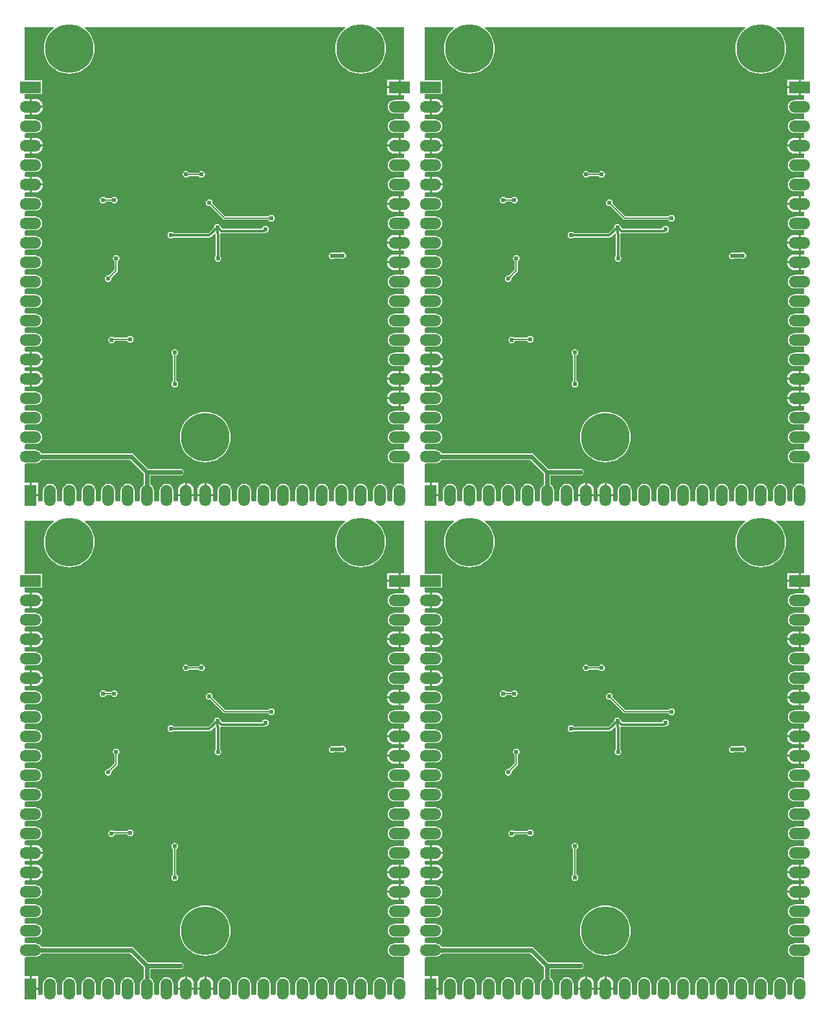
<source format=gbl>
G04*
G04 #@! TF.GenerationSoftware,Altium Limited,Altium Designer,19.1.5 (86)*
G04*
G04 Layer_Physical_Order=2*
G04 Layer_Color=16711680*
%FSLAX25Y25*%
%MOIN*%
G70*
G01*
G75*
%ADD21C,0.00600*%
%ADD23C,0.01200*%
%ADD24C,0.02000*%
%ADD25C,0.02200*%
%ADD26C,0.25000*%
%ADD27R,0.11000X0.06000*%
%ADD28O,0.11000X0.06000*%
%ADD29R,0.06000X0.11000*%
%ADD30O,0.06000X0.11000*%
%ADD31C,0.02400*%
G36*
X406657Y476000D02*
X404700D01*
Y472000D01*
Y468000D01*
X406657D01*
Y465530D01*
X401700D01*
X400786Y465410D01*
X399935Y465057D01*
X399204Y464496D01*
X398643Y463765D01*
X398290Y462914D01*
X398170Y462000D01*
X398290Y461086D01*
X398643Y460235D01*
X399204Y459504D01*
X399935Y458943D01*
X400786Y458590D01*
X401700Y458470D01*
X406657D01*
Y455530D01*
X401700D01*
X400786Y455410D01*
X399935Y455057D01*
X399204Y454496D01*
X398643Y453765D01*
X398290Y452914D01*
X398170Y452000D01*
X398290Y451086D01*
X398643Y450235D01*
X399204Y449504D01*
X399935Y448943D01*
X400786Y448590D01*
X401700Y448470D01*
X406657D01*
Y446034D01*
X404700D01*
Y442000D01*
Y437965D01*
X406657D01*
Y435530D01*
X401700D01*
X400786Y435410D01*
X399935Y435057D01*
X399204Y434496D01*
X398643Y433765D01*
X398290Y432914D01*
X398170Y432000D01*
X398290Y431086D01*
X398643Y430235D01*
X399204Y429504D01*
X399935Y428943D01*
X400786Y428590D01*
X401700Y428470D01*
X406657D01*
Y425530D01*
X401700D01*
X400786Y425410D01*
X399935Y425057D01*
X399204Y424496D01*
X398643Y423765D01*
X398290Y422914D01*
X398170Y422000D01*
X398290Y421086D01*
X398643Y420235D01*
X399204Y419504D01*
X399935Y418943D01*
X400786Y418590D01*
X401700Y418470D01*
X406657D01*
Y416035D01*
X404700D01*
Y412000D01*
Y407966D01*
X406657D01*
Y405530D01*
X401700D01*
X400786Y405410D01*
X399935Y405057D01*
X399204Y404496D01*
X398643Y403765D01*
X398290Y402914D01*
X398170Y402000D01*
X398290Y401086D01*
X398643Y400235D01*
X399204Y399504D01*
X399935Y398943D01*
X400786Y398590D01*
X401700Y398470D01*
X406657D01*
Y396035D01*
X404700D01*
Y392000D01*
Y387965D01*
X406657D01*
Y386034D01*
X404700D01*
Y382000D01*
Y377965D01*
X406657D01*
Y375530D01*
X401700D01*
X400786Y375410D01*
X399935Y375057D01*
X399204Y374496D01*
X398643Y373765D01*
X398290Y372914D01*
X398170Y372000D01*
X398290Y371086D01*
X398643Y370235D01*
X399204Y369504D01*
X399935Y368943D01*
X400786Y368590D01*
X401700Y368470D01*
X406657D01*
Y365530D01*
X401700D01*
X400786Y365410D01*
X399935Y365057D01*
X399204Y364496D01*
X398643Y363765D01*
X398290Y362914D01*
X398170Y362000D01*
X398290Y361086D01*
X398643Y360235D01*
X399204Y359504D01*
X399935Y358943D01*
X400786Y358590D01*
X401700Y358470D01*
X406657D01*
Y355530D01*
X401700D01*
X400786Y355410D01*
X399935Y355057D01*
X399204Y354496D01*
X398643Y353765D01*
X398290Y352914D01*
X398170Y352000D01*
X398290Y351086D01*
X398643Y350235D01*
X399204Y349504D01*
X399935Y348943D01*
X400786Y348590D01*
X401700Y348470D01*
X406657D01*
Y345530D01*
X401700D01*
X400786Y345410D01*
X399935Y345057D01*
X399204Y344496D01*
X398643Y343765D01*
X398290Y342914D01*
X398170Y342000D01*
X398290Y341086D01*
X398643Y340235D01*
X399204Y339504D01*
X399935Y338943D01*
X400786Y338590D01*
X401700Y338470D01*
X406657D01*
Y335530D01*
X401700D01*
X400786Y335410D01*
X399935Y335057D01*
X399204Y334496D01*
X398643Y333765D01*
X398290Y332914D01*
X398170Y332000D01*
X398290Y331086D01*
X398643Y330235D01*
X399204Y329504D01*
X399935Y328943D01*
X400786Y328590D01*
X401700Y328470D01*
X406657D01*
Y326034D01*
X404700D01*
Y322000D01*
Y317966D01*
X406657D01*
Y316035D01*
X404700D01*
Y312000D01*
Y307965D01*
X406657D01*
Y305530D01*
X401700D01*
X400786Y305410D01*
X399935Y305057D01*
X399204Y304496D01*
X398643Y303765D01*
X398290Y302914D01*
X398170Y302000D01*
X398290Y301086D01*
X398643Y300235D01*
X399204Y299504D01*
X399935Y298943D01*
X400786Y298590D01*
X401700Y298470D01*
X406657D01*
Y295530D01*
X401700D01*
X400786Y295410D01*
X399935Y295057D01*
X399204Y294496D01*
X398643Y293765D01*
X398290Y292914D01*
X398170Y292000D01*
X398290Y291086D01*
X398643Y290235D01*
X399204Y289504D01*
X399935Y288943D01*
X400786Y288590D01*
X401700Y288470D01*
X406657D01*
Y285530D01*
X401700D01*
X400786Y285410D01*
X399935Y285057D01*
X399204Y284496D01*
X398643Y283765D01*
X398290Y282914D01*
X398170Y282000D01*
X398290Y281086D01*
X398643Y280235D01*
X399204Y279504D01*
X399935Y278943D01*
X400786Y278590D01*
X401700Y278470D01*
X406657D01*
Y267705D01*
X406119Y267439D01*
X405965Y267557D01*
X405114Y267910D01*
X404200Y268030D01*
X403286Y267910D01*
X402435Y267557D01*
X401704Y266996D01*
X401143Y266265D01*
X400790Y265414D01*
X400670Y264500D01*
Y259500D01*
X400671Y259494D01*
X400275Y259043D01*
X398125D01*
X397729Y259494D01*
X397730Y259500D01*
Y264500D01*
X397610Y265414D01*
X397257Y266265D01*
X396696Y266996D01*
X395965Y267557D01*
X395114Y267910D01*
X394200Y268030D01*
X393286Y267910D01*
X392435Y267557D01*
X391704Y266996D01*
X391143Y266265D01*
X390790Y265414D01*
X390670Y264500D01*
Y259500D01*
X390671Y259494D01*
X390275Y259043D01*
X388125D01*
X387729Y259494D01*
X387730Y259500D01*
Y264500D01*
X387610Y265414D01*
X387257Y266265D01*
X386696Y266996D01*
X385965Y267557D01*
X385114Y267910D01*
X384200Y268030D01*
X383286Y267910D01*
X382435Y267557D01*
X381704Y266996D01*
X381143Y266265D01*
X380790Y265414D01*
X380670Y264500D01*
Y259500D01*
X380671Y259494D01*
X380275Y259043D01*
X378125D01*
X377729Y259494D01*
X377730Y259500D01*
Y264500D01*
X377610Y265414D01*
X377257Y266265D01*
X376696Y266996D01*
X375965Y267557D01*
X375114Y267910D01*
X374200Y268030D01*
X373286Y267910D01*
X372435Y267557D01*
X371704Y266996D01*
X371143Y266265D01*
X370790Y265414D01*
X370670Y264500D01*
Y259500D01*
X370671Y259494D01*
X370275Y259043D01*
X368125D01*
X367729Y259494D01*
X367730Y259500D01*
Y264500D01*
X367610Y265414D01*
X367257Y266265D01*
X366696Y266996D01*
X365965Y267557D01*
X365114Y267910D01*
X364200Y268030D01*
X363286Y267910D01*
X362435Y267557D01*
X361704Y266996D01*
X361143Y266265D01*
X360790Y265414D01*
X360670Y264500D01*
Y259500D01*
X360671Y259494D01*
X360275Y259043D01*
X358125D01*
X357729Y259494D01*
X357730Y259500D01*
Y264500D01*
X357610Y265414D01*
X357257Y266265D01*
X356696Y266996D01*
X355965Y267557D01*
X355114Y267910D01*
X354200Y268030D01*
X353286Y267910D01*
X352435Y267557D01*
X351704Y266996D01*
X351143Y266265D01*
X350790Y265414D01*
X350670Y264500D01*
Y259500D01*
X350671Y259494D01*
X350275Y259043D01*
X348125D01*
X347729Y259494D01*
X347730Y259500D01*
Y264500D01*
X347610Y265414D01*
X347257Y266265D01*
X346696Y266996D01*
X345965Y267557D01*
X345114Y267910D01*
X344200Y268030D01*
X343286Y267910D01*
X342435Y267557D01*
X341704Y266996D01*
X341143Y266265D01*
X340790Y265414D01*
X340670Y264500D01*
Y259500D01*
X340671Y259494D01*
X340275Y259043D01*
X338125D01*
X337729Y259494D01*
X337730Y259500D01*
Y264500D01*
X337610Y265414D01*
X337257Y266265D01*
X336696Y266996D01*
X335965Y267557D01*
X335114Y267910D01*
X334200Y268030D01*
X333286Y267910D01*
X332435Y267557D01*
X331704Y266996D01*
X331143Y266265D01*
X330790Y265414D01*
X330670Y264500D01*
Y259500D01*
X330671Y259494D01*
X330275Y259043D01*
X328125D01*
X327729Y259494D01*
X327730Y259500D01*
Y264500D01*
X327610Y265414D01*
X327257Y266265D01*
X326696Y266996D01*
X325965Y267557D01*
X325114Y267910D01*
X324200Y268030D01*
X323286Y267910D01*
X322435Y267557D01*
X321704Y266996D01*
X321143Y266265D01*
X320790Y265414D01*
X320670Y264500D01*
Y259500D01*
X320671Y259494D01*
X320275Y259043D01*
X318125D01*
X317729Y259494D01*
X317730Y259500D01*
Y264500D01*
X317610Y265414D01*
X317257Y266265D01*
X316696Y266996D01*
X315965Y267557D01*
X315114Y267910D01*
X314200Y268030D01*
X313286Y267910D01*
X312435Y267557D01*
X311704Y266996D01*
X311143Y266265D01*
X310790Y265414D01*
X310670Y264500D01*
Y259500D01*
X310671Y259494D01*
X310275Y259043D01*
X308629D01*
X308234Y259494D01*
X308235Y259500D01*
Y261500D01*
X304200D01*
X300166D01*
Y259500D01*
X300166Y259494D01*
X299771Y259043D01*
X298629D01*
X298234Y259494D01*
X298235Y259500D01*
Y261500D01*
X294200D01*
X290165D01*
Y259500D01*
X290166Y259494D01*
X289771Y259043D01*
X288125D01*
X287729Y259494D01*
X287730Y259500D01*
Y264500D01*
X287610Y265414D01*
X287257Y266265D01*
X286696Y266996D01*
X285965Y267557D01*
X285114Y267910D01*
X284200Y268030D01*
X283286Y267910D01*
X282435Y267557D01*
X281704Y266996D01*
X281143Y266265D01*
X280790Y265414D01*
X280670Y264500D01*
Y259500D01*
X280671Y259494D01*
X280275Y259043D01*
X278125D01*
X277729Y259494D01*
X277730Y259500D01*
Y264500D01*
X277610Y265414D01*
X277257Y266265D01*
X276696Y266996D01*
X275965Y267557D01*
X275831Y267613D01*
Y272369D01*
X290887D01*
X291400Y272267D01*
X292063Y272399D01*
X292626Y272774D01*
X293001Y273337D01*
X293133Y274000D01*
X293001Y274663D01*
X292626Y275226D01*
X292063Y275601D01*
X291400Y275733D01*
X290887Y275631D01*
X274876D01*
X267354Y283154D01*
X266824Y283507D01*
X266200Y283631D01*
X219813D01*
X219757Y283765D01*
X219196Y284496D01*
X218465Y285057D01*
X217614Y285410D01*
X216700Y285530D01*
X211700D01*
X211694Y285529D01*
X211243Y285925D01*
Y288075D01*
X211694Y288471D01*
X211700Y288470D01*
X216700D01*
X217614Y288590D01*
X218465Y288943D01*
X219196Y289504D01*
X219757Y290235D01*
X220110Y291086D01*
X220230Y292000D01*
X220110Y292914D01*
X219757Y293765D01*
X219196Y294496D01*
X218465Y295057D01*
X217614Y295410D01*
X216700Y295530D01*
X211700D01*
X211694Y295529D01*
X211243Y295925D01*
Y298075D01*
X211694Y298471D01*
X211700Y298470D01*
X216700D01*
X217614Y298590D01*
X218465Y298943D01*
X219196Y299504D01*
X219757Y300235D01*
X220110Y301086D01*
X220230Y302000D01*
X220110Y302914D01*
X219757Y303765D01*
X219196Y304496D01*
X218465Y305057D01*
X217614Y305410D01*
X216700Y305530D01*
X211700D01*
X211694Y305529D01*
X211243Y305925D01*
Y308075D01*
X211694Y308471D01*
X211700Y308470D01*
X216700D01*
X217614Y308590D01*
X218465Y308943D01*
X219196Y309504D01*
X219757Y310235D01*
X220110Y311086D01*
X220230Y312000D01*
X220110Y312914D01*
X219757Y313765D01*
X219196Y314496D01*
X218465Y315057D01*
X217614Y315410D01*
X216700Y315530D01*
X211700D01*
X211694Y315529D01*
X211243Y315925D01*
Y317571D01*
X211694Y317966D01*
X211700Y317966D01*
X213700D01*
Y322000D01*
Y326034D01*
X211700D01*
X211694Y326034D01*
X211243Y326429D01*
Y327571D01*
X211694Y327966D01*
X211700Y327965D01*
X213700D01*
Y332000D01*
Y336034D01*
X211700D01*
X211694Y336034D01*
X211243Y336429D01*
Y338075D01*
X211694Y338471D01*
X211700Y338470D01*
X216700D01*
X217614Y338590D01*
X218465Y338943D01*
X219196Y339504D01*
X219757Y340235D01*
X220110Y341086D01*
X220230Y342000D01*
X220110Y342914D01*
X219757Y343765D01*
X219196Y344496D01*
X218465Y345057D01*
X217614Y345410D01*
X216700Y345530D01*
X211700D01*
X211694Y345529D01*
X211243Y345925D01*
Y348075D01*
X211694Y348471D01*
X211700Y348470D01*
X216700D01*
X217614Y348590D01*
X218465Y348943D01*
X219196Y349504D01*
X219757Y350235D01*
X220110Y351086D01*
X220230Y352000D01*
X220110Y352914D01*
X219757Y353765D01*
X219196Y354496D01*
X218465Y355057D01*
X217614Y355410D01*
X216700Y355530D01*
X211700D01*
X211694Y355529D01*
X211243Y355925D01*
Y358075D01*
X211694Y358471D01*
X211700Y358470D01*
X216700D01*
X217614Y358590D01*
X218465Y358943D01*
X219196Y359504D01*
X219757Y360235D01*
X220110Y361086D01*
X220230Y362000D01*
X220110Y362914D01*
X219757Y363765D01*
X219196Y364496D01*
X218465Y365057D01*
X217614Y365410D01*
X216700Y365530D01*
X211700D01*
X211694Y365529D01*
X211243Y365925D01*
Y368075D01*
X211694Y368471D01*
X211700Y368470D01*
X216700D01*
X217614Y368590D01*
X218465Y368943D01*
X219196Y369504D01*
X219757Y370235D01*
X220110Y371086D01*
X220230Y372000D01*
X220110Y372914D01*
X219757Y373765D01*
X219196Y374496D01*
X218465Y375057D01*
X217614Y375410D01*
X216700Y375530D01*
X211700D01*
X211694Y375529D01*
X211243Y375925D01*
Y378075D01*
X211694Y378471D01*
X211700Y378470D01*
X216700D01*
X217614Y378590D01*
X218465Y378943D01*
X219196Y379504D01*
X219757Y380235D01*
X220110Y381086D01*
X220230Y382000D01*
X220110Y382914D01*
X219757Y383765D01*
X219196Y384496D01*
X218465Y385057D01*
X217614Y385410D01*
X216700Y385530D01*
X211700D01*
X211694Y385529D01*
X211243Y385925D01*
Y388075D01*
X211694Y388471D01*
X211700Y388470D01*
X216700D01*
X217614Y388590D01*
X218465Y388943D01*
X219196Y389504D01*
X219757Y390235D01*
X220110Y391086D01*
X220230Y392000D01*
X220110Y392914D01*
X219757Y393765D01*
X219196Y394496D01*
X218465Y395057D01*
X217614Y395410D01*
X216700Y395530D01*
X211700D01*
X211694Y395529D01*
X211243Y395925D01*
Y398075D01*
X211694Y398471D01*
X211700Y398470D01*
X216700D01*
X217614Y398590D01*
X218465Y398943D01*
X219196Y399504D01*
X219757Y400235D01*
X220110Y401086D01*
X220230Y402000D01*
X220110Y402914D01*
X219757Y403765D01*
X219196Y404496D01*
X218465Y405057D01*
X217614Y405410D01*
X216700Y405530D01*
X211700D01*
X211694Y405529D01*
X211243Y405925D01*
Y408075D01*
X211694Y408471D01*
X211700Y408470D01*
X216700D01*
X217614Y408590D01*
X218465Y408943D01*
X219196Y409504D01*
X219757Y410235D01*
X220110Y411086D01*
X220230Y412000D01*
X220110Y412914D01*
X219757Y413765D01*
X219196Y414496D01*
X218465Y415057D01*
X217614Y415410D01*
X216700Y415530D01*
X211700D01*
X211694Y415529D01*
X211243Y415925D01*
Y417571D01*
X211694Y417966D01*
X211700Y417966D01*
X213700D01*
Y422000D01*
Y426034D01*
X211700D01*
X211694Y426034D01*
X211243Y426429D01*
Y428075D01*
X211694Y428471D01*
X211700Y428470D01*
X216700D01*
X217614Y428590D01*
X218465Y428943D01*
X219196Y429504D01*
X219757Y430235D01*
X220110Y431086D01*
X220230Y432000D01*
X220110Y432914D01*
X219757Y433765D01*
X219196Y434496D01*
X218465Y435057D01*
X217614Y435410D01*
X216700Y435530D01*
X211700D01*
X211694Y435529D01*
X211243Y435925D01*
Y437571D01*
X211694Y437966D01*
X211700Y437965D01*
X213700D01*
Y442000D01*
Y446034D01*
X211700D01*
X211694Y446034D01*
X211243Y446429D01*
Y448075D01*
X211694Y448471D01*
X211700Y448470D01*
X216700D01*
X217614Y448590D01*
X218465Y448943D01*
X219196Y449504D01*
X219757Y450235D01*
X220110Y451086D01*
X220230Y452000D01*
X220110Y452914D01*
X219757Y453765D01*
X219196Y454496D01*
X218465Y455057D01*
X217614Y455410D01*
X216700Y455530D01*
X211700D01*
X211694Y455529D01*
X211243Y455925D01*
Y457571D01*
X211694Y457966D01*
X211700Y457966D01*
X213700D01*
Y462000D01*
Y466035D01*
X211700D01*
X211694Y466034D01*
X211243Y466429D01*
Y468500D01*
X220200D01*
Y475500D01*
X211243D01*
Y502957D01*
X226088D01*
X226309Y502357D01*
X224979Y501221D01*
X223650Y499665D01*
X222581Y497920D01*
X221798Y496030D01*
X221320Y494040D01*
X221160Y492000D01*
X221320Y489960D01*
X221798Y487970D01*
X222581Y486080D01*
X223650Y484335D01*
X224979Y482779D01*
X226535Y481450D01*
X228280Y480381D01*
X230170Y479598D01*
X232160Y479120D01*
X234200Y478960D01*
X236240Y479120D01*
X238230Y479598D01*
X240120Y480381D01*
X241865Y481450D01*
X243421Y482779D01*
X244750Y484335D01*
X245819Y486080D01*
X246602Y487970D01*
X247080Y489960D01*
X247240Y492000D01*
X247080Y494040D01*
X246602Y496030D01*
X245819Y497920D01*
X244750Y499665D01*
X243421Y501221D01*
X242091Y502357D01*
X242312Y502957D01*
X376088D01*
X376309Y502357D01*
X374979Y501221D01*
X373650Y499665D01*
X372581Y497920D01*
X371798Y496030D01*
X371320Y494040D01*
X371160Y492000D01*
X371320Y489960D01*
X371798Y487970D01*
X372581Y486080D01*
X373650Y484335D01*
X374979Y482779D01*
X376535Y481450D01*
X378280Y480381D01*
X380170Y479598D01*
X382160Y479120D01*
X384200Y478960D01*
X386240Y479120D01*
X388230Y479598D01*
X390120Y480381D01*
X391865Y481450D01*
X393421Y482779D01*
X394750Y484335D01*
X395819Y486080D01*
X396602Y487970D01*
X397080Y489960D01*
X397240Y492000D01*
X397080Y494040D01*
X396602Y496030D01*
X395819Y497920D01*
X394750Y499665D01*
X393421Y501221D01*
X392091Y502357D01*
X392312Y502957D01*
X406657D01*
Y476000D01*
D02*
G37*
G36*
X200657D02*
X198700D01*
Y472000D01*
Y468000D01*
X200657D01*
Y465530D01*
X195700D01*
X194786Y465410D01*
X193935Y465057D01*
X193204Y464496D01*
X192643Y463765D01*
X192290Y462914D01*
X192170Y462000D01*
X192290Y461086D01*
X192643Y460235D01*
X193204Y459504D01*
X193935Y458943D01*
X194786Y458590D01*
X195700Y458470D01*
X200657D01*
Y455530D01*
X195700D01*
X194786Y455410D01*
X193935Y455057D01*
X193204Y454496D01*
X192643Y453765D01*
X192290Y452914D01*
X192170Y452000D01*
X192290Y451086D01*
X192643Y450235D01*
X193204Y449504D01*
X193935Y448943D01*
X194786Y448590D01*
X195700Y448470D01*
X200657D01*
Y446034D01*
X198700D01*
Y442000D01*
Y437965D01*
X200657D01*
Y435530D01*
X195700D01*
X194786Y435410D01*
X193935Y435057D01*
X193204Y434496D01*
X192643Y433765D01*
X192290Y432914D01*
X192170Y432000D01*
X192290Y431086D01*
X192643Y430235D01*
X193204Y429504D01*
X193935Y428943D01*
X194786Y428590D01*
X195700Y428470D01*
X200657D01*
Y425530D01*
X195700D01*
X194786Y425410D01*
X193935Y425057D01*
X193204Y424496D01*
X192643Y423765D01*
X192290Y422914D01*
X192170Y422000D01*
X192290Y421086D01*
X192643Y420235D01*
X193204Y419504D01*
X193935Y418943D01*
X194786Y418590D01*
X195700Y418470D01*
X200657D01*
Y416035D01*
X198700D01*
Y412000D01*
Y407966D01*
X200657D01*
Y405530D01*
X195700D01*
X194786Y405410D01*
X193935Y405057D01*
X193204Y404496D01*
X192643Y403765D01*
X192290Y402914D01*
X192170Y402000D01*
X192290Y401086D01*
X192643Y400235D01*
X193204Y399504D01*
X193935Y398943D01*
X194786Y398590D01*
X195700Y398470D01*
X200657D01*
Y396035D01*
X198700D01*
Y392000D01*
Y387965D01*
X200657D01*
Y386034D01*
X198700D01*
Y382000D01*
Y377965D01*
X200657D01*
Y375530D01*
X195700D01*
X194786Y375410D01*
X193935Y375057D01*
X193204Y374496D01*
X192643Y373765D01*
X192290Y372914D01*
X192170Y372000D01*
X192290Y371086D01*
X192643Y370235D01*
X193204Y369504D01*
X193935Y368943D01*
X194786Y368590D01*
X195700Y368470D01*
X200657D01*
Y365530D01*
X195700D01*
X194786Y365410D01*
X193935Y365057D01*
X193204Y364496D01*
X192643Y363765D01*
X192290Y362914D01*
X192170Y362000D01*
X192290Y361086D01*
X192643Y360235D01*
X193204Y359504D01*
X193935Y358943D01*
X194786Y358590D01*
X195700Y358470D01*
X200657D01*
Y355530D01*
X195700D01*
X194786Y355410D01*
X193935Y355057D01*
X193204Y354496D01*
X192643Y353765D01*
X192290Y352914D01*
X192170Y352000D01*
X192290Y351086D01*
X192643Y350235D01*
X193204Y349504D01*
X193935Y348943D01*
X194786Y348590D01*
X195700Y348470D01*
X200657D01*
Y345530D01*
X195700D01*
X194786Y345410D01*
X193935Y345057D01*
X193204Y344496D01*
X192643Y343765D01*
X192290Y342914D01*
X192170Y342000D01*
X192290Y341086D01*
X192643Y340235D01*
X193204Y339504D01*
X193935Y338943D01*
X194786Y338590D01*
X195700Y338470D01*
X200657D01*
Y335530D01*
X195700D01*
X194786Y335410D01*
X193935Y335057D01*
X193204Y334496D01*
X192643Y333765D01*
X192290Y332914D01*
X192170Y332000D01*
X192290Y331086D01*
X192643Y330235D01*
X193204Y329504D01*
X193935Y328943D01*
X194786Y328590D01*
X195700Y328470D01*
X200657D01*
Y326034D01*
X198700D01*
Y322000D01*
Y317966D01*
X200657D01*
Y316035D01*
X198700D01*
Y312000D01*
Y307965D01*
X200657D01*
Y305530D01*
X195700D01*
X194786Y305410D01*
X193935Y305057D01*
X193204Y304496D01*
X192643Y303765D01*
X192290Y302914D01*
X192170Y302000D01*
X192290Y301086D01*
X192643Y300235D01*
X193204Y299504D01*
X193935Y298943D01*
X194786Y298590D01*
X195700Y298470D01*
X200657D01*
Y295530D01*
X195700D01*
X194786Y295410D01*
X193935Y295057D01*
X193204Y294496D01*
X192643Y293765D01*
X192290Y292914D01*
X192170Y292000D01*
X192290Y291086D01*
X192643Y290235D01*
X193204Y289504D01*
X193935Y288943D01*
X194786Y288590D01*
X195700Y288470D01*
X200657D01*
Y285530D01*
X195700D01*
X194786Y285410D01*
X193935Y285057D01*
X193204Y284496D01*
X192643Y283765D01*
X192290Y282914D01*
X192170Y282000D01*
X192290Y281086D01*
X192643Y280235D01*
X193204Y279504D01*
X193935Y278943D01*
X194786Y278590D01*
X195700Y278470D01*
X200657D01*
Y267705D01*
X200119Y267439D01*
X199965Y267557D01*
X199114Y267910D01*
X198200Y268030D01*
X197286Y267910D01*
X196435Y267557D01*
X195704Y266996D01*
X195143Y266265D01*
X194790Y265414D01*
X194670Y264500D01*
Y259500D01*
X194671Y259494D01*
X194275Y259043D01*
X192125D01*
X191729Y259494D01*
X191730Y259500D01*
Y264500D01*
X191610Y265414D01*
X191257Y266265D01*
X190696Y266996D01*
X189965Y267557D01*
X189114Y267910D01*
X188200Y268030D01*
X187286Y267910D01*
X186435Y267557D01*
X185704Y266996D01*
X185143Y266265D01*
X184790Y265414D01*
X184670Y264500D01*
Y259500D01*
X184671Y259494D01*
X184275Y259043D01*
X182125D01*
X181729Y259494D01*
X181730Y259500D01*
Y264500D01*
X181610Y265414D01*
X181257Y266265D01*
X180696Y266996D01*
X179965Y267557D01*
X179114Y267910D01*
X178200Y268030D01*
X177286Y267910D01*
X176435Y267557D01*
X175704Y266996D01*
X175143Y266265D01*
X174790Y265414D01*
X174670Y264500D01*
Y259500D01*
X174671Y259494D01*
X174275Y259043D01*
X172125D01*
X171729Y259494D01*
X171730Y259500D01*
Y264500D01*
X171610Y265414D01*
X171257Y266265D01*
X170696Y266996D01*
X169965Y267557D01*
X169114Y267910D01*
X168200Y268030D01*
X167286Y267910D01*
X166435Y267557D01*
X165704Y266996D01*
X165143Y266265D01*
X164790Y265414D01*
X164670Y264500D01*
Y259500D01*
X164671Y259494D01*
X164275Y259043D01*
X162125D01*
X161729Y259494D01*
X161730Y259500D01*
Y264500D01*
X161610Y265414D01*
X161257Y266265D01*
X160696Y266996D01*
X159965Y267557D01*
X159114Y267910D01*
X158200Y268030D01*
X157286Y267910D01*
X156435Y267557D01*
X155704Y266996D01*
X155143Y266265D01*
X154790Y265414D01*
X154670Y264500D01*
Y259500D01*
X154671Y259494D01*
X154275Y259043D01*
X152125D01*
X151729Y259494D01*
X151730Y259500D01*
Y264500D01*
X151610Y265414D01*
X151257Y266265D01*
X150696Y266996D01*
X149965Y267557D01*
X149114Y267910D01*
X148200Y268030D01*
X147286Y267910D01*
X146435Y267557D01*
X145704Y266996D01*
X145143Y266265D01*
X144790Y265414D01*
X144670Y264500D01*
Y259500D01*
X144671Y259494D01*
X144275Y259043D01*
X142125D01*
X141729Y259494D01*
X141730Y259500D01*
Y264500D01*
X141610Y265414D01*
X141257Y266265D01*
X140696Y266996D01*
X139965Y267557D01*
X139114Y267910D01*
X138200Y268030D01*
X137286Y267910D01*
X136435Y267557D01*
X135704Y266996D01*
X135143Y266265D01*
X134790Y265414D01*
X134670Y264500D01*
Y259500D01*
X134671Y259494D01*
X134275Y259043D01*
X132125D01*
X131729Y259494D01*
X131730Y259500D01*
Y264500D01*
X131610Y265414D01*
X131257Y266265D01*
X130696Y266996D01*
X129965Y267557D01*
X129114Y267910D01*
X128200Y268030D01*
X127286Y267910D01*
X126435Y267557D01*
X125704Y266996D01*
X125143Y266265D01*
X124790Y265414D01*
X124670Y264500D01*
Y259500D01*
X124671Y259494D01*
X124275Y259043D01*
X122125D01*
X121729Y259494D01*
X121730Y259500D01*
Y264500D01*
X121610Y265414D01*
X121257Y266265D01*
X120696Y266996D01*
X119965Y267557D01*
X119114Y267910D01*
X118200Y268030D01*
X117286Y267910D01*
X116435Y267557D01*
X115704Y266996D01*
X115143Y266265D01*
X114790Y265414D01*
X114670Y264500D01*
Y259500D01*
X114671Y259494D01*
X114275Y259043D01*
X112125D01*
X111729Y259494D01*
X111730Y259500D01*
Y264500D01*
X111610Y265414D01*
X111257Y266265D01*
X110696Y266996D01*
X109965Y267557D01*
X109114Y267910D01*
X108200Y268030D01*
X107286Y267910D01*
X106435Y267557D01*
X105704Y266996D01*
X105143Y266265D01*
X104790Y265414D01*
X104670Y264500D01*
Y259500D01*
X104671Y259494D01*
X104275Y259043D01*
X102629D01*
X102234Y259494D01*
X102234Y259500D01*
Y261500D01*
X98200D01*
X94165D01*
Y259500D01*
X94166Y259494D01*
X93771Y259043D01*
X92629D01*
X92234Y259494D01*
X92234Y259500D01*
Y261500D01*
X88200D01*
X84166D01*
Y259500D01*
X84166Y259494D01*
X83771Y259043D01*
X82125D01*
X81729Y259494D01*
X81730Y259500D01*
Y264500D01*
X81610Y265414D01*
X81257Y266265D01*
X80696Y266996D01*
X79965Y267557D01*
X79114Y267910D01*
X78200Y268030D01*
X77286Y267910D01*
X76435Y267557D01*
X75704Y266996D01*
X75143Y266265D01*
X74790Y265414D01*
X74670Y264500D01*
Y259500D01*
X74671Y259494D01*
X74275Y259043D01*
X72125D01*
X71729Y259494D01*
X71730Y259500D01*
Y264500D01*
X71610Y265414D01*
X71257Y266265D01*
X70696Y266996D01*
X69965Y267557D01*
X69831Y267613D01*
Y272369D01*
X84887D01*
X85400Y272267D01*
X86063Y272399D01*
X86626Y272774D01*
X87001Y273337D01*
X87133Y274000D01*
X87001Y274663D01*
X86626Y275226D01*
X86063Y275601D01*
X85400Y275733D01*
X84887Y275631D01*
X68876D01*
X61353Y283154D01*
X60824Y283507D01*
X60200Y283631D01*
X13813D01*
X13757Y283765D01*
X13196Y284496D01*
X12465Y285057D01*
X11614Y285410D01*
X10700Y285530D01*
X5700D01*
X5694Y285529D01*
X5243Y285925D01*
Y288075D01*
X5694Y288471D01*
X5700Y288470D01*
X10700D01*
X11614Y288590D01*
X12465Y288943D01*
X13196Y289504D01*
X13757Y290235D01*
X14110Y291086D01*
X14230Y292000D01*
X14110Y292914D01*
X13757Y293765D01*
X13196Y294496D01*
X12465Y295057D01*
X11614Y295410D01*
X10700Y295530D01*
X5700D01*
X5694Y295529D01*
X5243Y295925D01*
Y298075D01*
X5694Y298471D01*
X5700Y298470D01*
X10700D01*
X11614Y298590D01*
X12465Y298943D01*
X13196Y299504D01*
X13757Y300235D01*
X14110Y301086D01*
X14230Y302000D01*
X14110Y302914D01*
X13757Y303765D01*
X13196Y304496D01*
X12465Y305057D01*
X11614Y305410D01*
X10700Y305530D01*
X5700D01*
X5694Y305529D01*
X5243Y305925D01*
Y308075D01*
X5694Y308471D01*
X5700Y308470D01*
X10700D01*
X11614Y308590D01*
X12465Y308943D01*
X13196Y309504D01*
X13757Y310235D01*
X14110Y311086D01*
X14230Y312000D01*
X14110Y312914D01*
X13757Y313765D01*
X13196Y314496D01*
X12465Y315057D01*
X11614Y315410D01*
X10700Y315530D01*
X5700D01*
X5694Y315529D01*
X5243Y315925D01*
Y317571D01*
X5694Y317966D01*
X5700Y317966D01*
X7700D01*
Y322000D01*
Y326034D01*
X5700D01*
X5694Y326034D01*
X5243Y326429D01*
Y327571D01*
X5694Y327966D01*
X5700Y327965D01*
X7700D01*
Y332000D01*
Y336034D01*
X5700D01*
X5694Y336034D01*
X5243Y336429D01*
Y338075D01*
X5694Y338471D01*
X5700Y338470D01*
X10700D01*
X11614Y338590D01*
X12465Y338943D01*
X13196Y339504D01*
X13757Y340235D01*
X14110Y341086D01*
X14230Y342000D01*
X14110Y342914D01*
X13757Y343765D01*
X13196Y344496D01*
X12465Y345057D01*
X11614Y345410D01*
X10700Y345530D01*
X5700D01*
X5694Y345529D01*
X5243Y345925D01*
Y348075D01*
X5694Y348471D01*
X5700Y348470D01*
X10700D01*
X11614Y348590D01*
X12465Y348943D01*
X13196Y349504D01*
X13757Y350235D01*
X14110Y351086D01*
X14230Y352000D01*
X14110Y352914D01*
X13757Y353765D01*
X13196Y354496D01*
X12465Y355057D01*
X11614Y355410D01*
X10700Y355530D01*
X5700D01*
X5694Y355529D01*
X5243Y355925D01*
Y358075D01*
X5694Y358471D01*
X5700Y358470D01*
X10700D01*
X11614Y358590D01*
X12465Y358943D01*
X13196Y359504D01*
X13757Y360235D01*
X14110Y361086D01*
X14230Y362000D01*
X14110Y362914D01*
X13757Y363765D01*
X13196Y364496D01*
X12465Y365057D01*
X11614Y365410D01*
X10700Y365530D01*
X5700D01*
X5694Y365529D01*
X5243Y365925D01*
Y368075D01*
X5694Y368471D01*
X5700Y368470D01*
X10700D01*
X11614Y368590D01*
X12465Y368943D01*
X13196Y369504D01*
X13757Y370235D01*
X14110Y371086D01*
X14230Y372000D01*
X14110Y372914D01*
X13757Y373765D01*
X13196Y374496D01*
X12465Y375057D01*
X11614Y375410D01*
X10700Y375530D01*
X5700D01*
X5694Y375529D01*
X5243Y375925D01*
Y378075D01*
X5694Y378471D01*
X5700Y378470D01*
X10700D01*
X11614Y378590D01*
X12465Y378943D01*
X13196Y379504D01*
X13757Y380235D01*
X14110Y381086D01*
X14230Y382000D01*
X14110Y382914D01*
X13757Y383765D01*
X13196Y384496D01*
X12465Y385057D01*
X11614Y385410D01*
X10700Y385530D01*
X5700D01*
X5694Y385529D01*
X5243Y385925D01*
Y388075D01*
X5694Y388471D01*
X5700Y388470D01*
X10700D01*
X11614Y388590D01*
X12465Y388943D01*
X13196Y389504D01*
X13757Y390235D01*
X14110Y391086D01*
X14230Y392000D01*
X14110Y392914D01*
X13757Y393765D01*
X13196Y394496D01*
X12465Y395057D01*
X11614Y395410D01*
X10700Y395530D01*
X5700D01*
X5694Y395529D01*
X5243Y395925D01*
Y398075D01*
X5694Y398471D01*
X5700Y398470D01*
X10700D01*
X11614Y398590D01*
X12465Y398943D01*
X13196Y399504D01*
X13757Y400235D01*
X14110Y401086D01*
X14230Y402000D01*
X14110Y402914D01*
X13757Y403765D01*
X13196Y404496D01*
X12465Y405057D01*
X11614Y405410D01*
X10700Y405530D01*
X5700D01*
X5694Y405529D01*
X5243Y405925D01*
Y408075D01*
X5694Y408471D01*
X5700Y408470D01*
X10700D01*
X11614Y408590D01*
X12465Y408943D01*
X13196Y409504D01*
X13757Y410235D01*
X14110Y411086D01*
X14230Y412000D01*
X14110Y412914D01*
X13757Y413765D01*
X13196Y414496D01*
X12465Y415057D01*
X11614Y415410D01*
X10700Y415530D01*
X5700D01*
X5694Y415529D01*
X5243Y415925D01*
Y417571D01*
X5694Y417966D01*
X5700Y417966D01*
X7700D01*
Y422000D01*
Y426034D01*
X5700D01*
X5694Y426034D01*
X5243Y426429D01*
Y428075D01*
X5694Y428471D01*
X5700Y428470D01*
X10700D01*
X11614Y428590D01*
X12465Y428943D01*
X13196Y429504D01*
X13757Y430235D01*
X14110Y431086D01*
X14230Y432000D01*
X14110Y432914D01*
X13757Y433765D01*
X13196Y434496D01*
X12465Y435057D01*
X11614Y435410D01*
X10700Y435530D01*
X5700D01*
X5694Y435529D01*
X5243Y435925D01*
Y437571D01*
X5694Y437966D01*
X5700Y437965D01*
X7700D01*
Y442000D01*
Y446034D01*
X5700D01*
X5694Y446034D01*
X5243Y446429D01*
Y448075D01*
X5694Y448471D01*
X5700Y448470D01*
X10700D01*
X11614Y448590D01*
X12465Y448943D01*
X13196Y449504D01*
X13757Y450235D01*
X14110Y451086D01*
X14230Y452000D01*
X14110Y452914D01*
X13757Y453765D01*
X13196Y454496D01*
X12465Y455057D01*
X11614Y455410D01*
X10700Y455530D01*
X5700D01*
X5694Y455529D01*
X5243Y455925D01*
Y457571D01*
X5694Y457966D01*
X5700Y457966D01*
X7700D01*
Y462000D01*
Y466035D01*
X5700D01*
X5694Y466034D01*
X5243Y466429D01*
Y468500D01*
X14200D01*
Y475500D01*
X5243D01*
Y502957D01*
X20088D01*
X20309Y502357D01*
X18979Y501221D01*
X17650Y499665D01*
X16581Y497920D01*
X15798Y496030D01*
X15320Y494040D01*
X15160Y492000D01*
X15320Y489960D01*
X15798Y487970D01*
X16581Y486080D01*
X17650Y484335D01*
X18979Y482779D01*
X20535Y481450D01*
X22280Y480381D01*
X24170Y479598D01*
X26160Y479120D01*
X28200Y478960D01*
X30240Y479120D01*
X32230Y479598D01*
X34120Y480381D01*
X35865Y481450D01*
X37421Y482779D01*
X38750Y484335D01*
X39819Y486080D01*
X40602Y487970D01*
X41080Y489960D01*
X41240Y492000D01*
X41080Y494040D01*
X40602Y496030D01*
X39819Y497920D01*
X38750Y499665D01*
X37421Y501221D01*
X36091Y502357D01*
X36312Y502957D01*
X170088D01*
X170309Y502357D01*
X168979Y501221D01*
X167650Y499665D01*
X166581Y497920D01*
X165798Y496030D01*
X165320Y494040D01*
X165160Y492000D01*
X165320Y489960D01*
X165798Y487970D01*
X166581Y486080D01*
X167650Y484335D01*
X168979Y482779D01*
X170535Y481450D01*
X172280Y480381D01*
X174170Y479598D01*
X176160Y479120D01*
X178200Y478960D01*
X180240Y479120D01*
X182230Y479598D01*
X184120Y480381D01*
X185865Y481450D01*
X187421Y482779D01*
X188750Y484335D01*
X189819Y486080D01*
X190602Y487970D01*
X191080Y489960D01*
X191240Y492000D01*
X191080Y494040D01*
X190602Y496030D01*
X189819Y497920D01*
X188750Y499665D01*
X187421Y501221D01*
X186091Y502357D01*
X186312Y502957D01*
X200657D01*
Y476000D01*
D02*
G37*
G36*
X272569Y273324D02*
Y267613D01*
X272435Y267557D01*
X271704Y266996D01*
X271143Y266265D01*
X270790Y265414D01*
X270670Y264500D01*
Y259500D01*
X270671Y259494D01*
X270275Y259043D01*
X268125D01*
X267729Y259494D01*
X267730Y259500D01*
Y264500D01*
X267610Y265414D01*
X267257Y266265D01*
X266696Y266996D01*
X265965Y267557D01*
X265114Y267910D01*
X264200Y268030D01*
X263286Y267910D01*
X262435Y267557D01*
X261704Y266996D01*
X261143Y266265D01*
X260790Y265414D01*
X260670Y264500D01*
Y259500D01*
X260671Y259494D01*
X260275Y259043D01*
X258125D01*
X257729Y259494D01*
X257730Y259500D01*
Y264500D01*
X257610Y265414D01*
X257257Y266265D01*
X256696Y266996D01*
X255965Y267557D01*
X255114Y267910D01*
X254200Y268030D01*
X253286Y267910D01*
X252435Y267557D01*
X251704Y266996D01*
X251143Y266265D01*
X250790Y265414D01*
X250670Y264500D01*
Y259500D01*
X250671Y259494D01*
X250275Y259043D01*
X248125D01*
X247729Y259494D01*
X247730Y259500D01*
Y264500D01*
X247610Y265414D01*
X247257Y266265D01*
X246696Y266996D01*
X245965Y267557D01*
X245114Y267910D01*
X244200Y268030D01*
X243286Y267910D01*
X242435Y267557D01*
X241704Y266996D01*
X241143Y266265D01*
X240790Y265414D01*
X240670Y264500D01*
Y259500D01*
X240671Y259494D01*
X240275Y259043D01*
X238125D01*
X237729Y259494D01*
X237730Y259500D01*
Y264500D01*
X237610Y265414D01*
X237257Y266265D01*
X236696Y266996D01*
X235965Y267557D01*
X235114Y267910D01*
X234200Y268030D01*
X233286Y267910D01*
X232435Y267557D01*
X231704Y266996D01*
X231143Y266265D01*
X230790Y265414D01*
X230670Y264500D01*
Y259500D01*
X230671Y259494D01*
X230275Y259043D01*
X228125D01*
X227729Y259494D01*
X227730Y259500D01*
Y264500D01*
X227610Y265414D01*
X227257Y266265D01*
X226696Y266996D01*
X225965Y267557D01*
X225114Y267910D01*
X224200Y268030D01*
X223286Y267910D01*
X222435Y267557D01*
X221704Y266996D01*
X221143Y266265D01*
X220790Y265414D01*
X220670Y264500D01*
Y259500D01*
X220671Y259494D01*
X220275Y259043D01*
X218200D01*
Y261500D01*
X214200D01*
Y262000D01*
X213700D01*
Y268500D01*
X211243D01*
Y278075D01*
X211694Y278471D01*
X211700Y278470D01*
X216700D01*
X217614Y278590D01*
X218465Y278943D01*
X219196Y279504D01*
X219757Y280235D01*
X219813Y280369D01*
X265524D01*
X272569Y273324D01*
D02*
G37*
G36*
X66569D02*
Y267613D01*
X66435Y267557D01*
X65704Y266996D01*
X65143Y266265D01*
X64790Y265414D01*
X64670Y264500D01*
Y259500D01*
X64671Y259494D01*
X64275Y259043D01*
X62125D01*
X61729Y259494D01*
X61730Y259500D01*
Y264500D01*
X61610Y265414D01*
X61257Y266265D01*
X60696Y266996D01*
X59965Y267557D01*
X59114Y267910D01*
X58200Y268030D01*
X57286Y267910D01*
X56435Y267557D01*
X55704Y266996D01*
X55143Y266265D01*
X54790Y265414D01*
X54670Y264500D01*
Y259500D01*
X54671Y259494D01*
X54275Y259043D01*
X52125D01*
X51729Y259494D01*
X51730Y259500D01*
Y264500D01*
X51610Y265414D01*
X51257Y266265D01*
X50696Y266996D01*
X49965Y267557D01*
X49114Y267910D01*
X48200Y268030D01*
X47286Y267910D01*
X46435Y267557D01*
X45704Y266996D01*
X45143Y266265D01*
X44790Y265414D01*
X44670Y264500D01*
Y259500D01*
X44671Y259494D01*
X44275Y259043D01*
X42125D01*
X41729Y259494D01*
X41730Y259500D01*
Y264500D01*
X41610Y265414D01*
X41257Y266265D01*
X40696Y266996D01*
X39965Y267557D01*
X39114Y267910D01*
X38200Y268030D01*
X37286Y267910D01*
X36435Y267557D01*
X35704Y266996D01*
X35143Y266265D01*
X34790Y265414D01*
X34670Y264500D01*
Y259500D01*
X34671Y259494D01*
X34275Y259043D01*
X32125D01*
X31729Y259494D01*
X31730Y259500D01*
Y264500D01*
X31610Y265414D01*
X31257Y266265D01*
X30696Y266996D01*
X29965Y267557D01*
X29114Y267910D01*
X28200Y268030D01*
X27286Y267910D01*
X26435Y267557D01*
X25704Y266996D01*
X25143Y266265D01*
X24790Y265414D01*
X24670Y264500D01*
Y259500D01*
X24671Y259494D01*
X24275Y259043D01*
X22125D01*
X21729Y259494D01*
X21730Y259500D01*
Y264500D01*
X21610Y265414D01*
X21257Y266265D01*
X20696Y266996D01*
X19965Y267557D01*
X19114Y267910D01*
X18200Y268030D01*
X17286Y267910D01*
X16435Y267557D01*
X15704Y266996D01*
X15143Y266265D01*
X14790Y265414D01*
X14670Y264500D01*
Y259500D01*
X14671Y259494D01*
X14275Y259043D01*
X12200D01*
Y261500D01*
X8200D01*
Y262000D01*
X7700D01*
Y268500D01*
X5243D01*
Y278075D01*
X5694Y278471D01*
X5700Y278470D01*
X10700D01*
X11614Y278590D01*
X12465Y278943D01*
X13196Y279504D01*
X13757Y280235D01*
X13813Y280369D01*
X59524D01*
X66569Y273324D01*
D02*
G37*
G36*
X406657Y222000D02*
X404700D01*
Y218000D01*
Y214000D01*
X406657D01*
Y211530D01*
X401700D01*
X400786Y211410D01*
X399935Y211057D01*
X399204Y210496D01*
X398643Y209765D01*
X398290Y208914D01*
X398170Y208000D01*
X398290Y207086D01*
X398643Y206235D01*
X399204Y205504D01*
X399935Y204943D01*
X400786Y204590D01*
X401700Y204470D01*
X406657D01*
Y201530D01*
X401700D01*
X400786Y201410D01*
X399935Y201057D01*
X399204Y200496D01*
X398643Y199765D01*
X398290Y198914D01*
X398170Y198000D01*
X398290Y197086D01*
X398643Y196235D01*
X399204Y195504D01*
X399935Y194943D01*
X400786Y194590D01*
X401700Y194470D01*
X406657D01*
Y192034D01*
X404700D01*
Y188000D01*
Y183966D01*
X406657D01*
Y181530D01*
X401700D01*
X400786Y181410D01*
X399935Y181057D01*
X399204Y180496D01*
X398643Y179765D01*
X398290Y178914D01*
X398170Y178000D01*
X398290Y177086D01*
X398643Y176235D01*
X399204Y175504D01*
X399935Y174943D01*
X400786Y174590D01*
X401700Y174470D01*
X406657D01*
Y171530D01*
X401700D01*
X400786Y171410D01*
X399935Y171057D01*
X399204Y170496D01*
X398643Y169765D01*
X398290Y168914D01*
X398170Y168000D01*
X398290Y167086D01*
X398643Y166235D01*
X399204Y165504D01*
X399935Y164943D01*
X400786Y164590D01*
X401700Y164470D01*
X406657D01*
Y162034D01*
X404700D01*
Y158000D01*
Y153965D01*
X406657D01*
Y151530D01*
X401700D01*
X400786Y151410D01*
X399935Y151057D01*
X399204Y150496D01*
X398643Y149765D01*
X398290Y148914D01*
X398170Y148000D01*
X398290Y147086D01*
X398643Y146235D01*
X399204Y145504D01*
X399935Y144943D01*
X400786Y144590D01*
X401700Y144470D01*
X406657D01*
Y142034D01*
X404700D01*
Y138000D01*
Y133966D01*
X406657D01*
Y132035D01*
X404700D01*
Y128000D01*
Y123966D01*
X406657D01*
Y121530D01*
X401700D01*
X400786Y121410D01*
X399935Y121057D01*
X399204Y120496D01*
X398643Y119765D01*
X398290Y118914D01*
X398170Y118000D01*
X398290Y117086D01*
X398643Y116235D01*
X399204Y115504D01*
X399935Y114943D01*
X400786Y114590D01*
X401700Y114470D01*
X406657D01*
Y111530D01*
X401700D01*
X400786Y111410D01*
X399935Y111057D01*
X399204Y110496D01*
X398643Y109765D01*
X398290Y108914D01*
X398170Y108000D01*
X398290Y107086D01*
X398643Y106235D01*
X399204Y105504D01*
X399935Y104943D01*
X400786Y104590D01*
X401700Y104470D01*
X406657D01*
Y101530D01*
X401700D01*
X400786Y101410D01*
X399935Y101057D01*
X399204Y100496D01*
X398643Y99765D01*
X398290Y98914D01*
X398170Y98000D01*
X398290Y97086D01*
X398643Y96235D01*
X399204Y95504D01*
X399935Y94943D01*
X400786Y94590D01*
X401700Y94470D01*
X406657D01*
Y91530D01*
X401700D01*
X400786Y91410D01*
X399935Y91057D01*
X399204Y90496D01*
X398643Y89765D01*
X398290Y88914D01*
X398170Y88000D01*
X398290Y87086D01*
X398643Y86235D01*
X399204Y85504D01*
X399935Y84943D01*
X400786Y84590D01*
X401700Y84470D01*
X406657D01*
Y81530D01*
X401700D01*
X400786Y81410D01*
X399935Y81057D01*
X399204Y80496D01*
X398643Y79765D01*
X398290Y78914D01*
X398170Y78000D01*
X398290Y77086D01*
X398643Y76235D01*
X399204Y75504D01*
X399935Y74943D01*
X400786Y74590D01*
X401700Y74470D01*
X406657D01*
Y72035D01*
X404700D01*
Y68000D01*
Y63965D01*
X406657D01*
Y62034D01*
X404700D01*
Y58000D01*
Y53966D01*
X406657D01*
Y51530D01*
X401700D01*
X400786Y51410D01*
X399935Y51057D01*
X399204Y50496D01*
X398643Y49765D01*
X398290Y48914D01*
X398170Y48000D01*
X398290Y47086D01*
X398643Y46235D01*
X399204Y45504D01*
X399935Y44943D01*
X400786Y44590D01*
X401700Y44470D01*
X406657D01*
Y41530D01*
X401700D01*
X400786Y41410D01*
X399935Y41057D01*
X399204Y40496D01*
X398643Y39765D01*
X398290Y38914D01*
X398170Y38000D01*
X398290Y37086D01*
X398643Y36235D01*
X399204Y35504D01*
X399935Y34943D01*
X400786Y34590D01*
X401700Y34470D01*
X406657D01*
Y31530D01*
X401700D01*
X400786Y31410D01*
X399935Y31057D01*
X399204Y30496D01*
X398643Y29765D01*
X398290Y28914D01*
X398170Y28000D01*
X398290Y27086D01*
X398643Y26235D01*
X399204Y25504D01*
X399935Y24943D01*
X400786Y24590D01*
X401700Y24470D01*
X406657D01*
Y13705D01*
X406119Y13439D01*
X405965Y13557D01*
X405114Y13910D01*
X404200Y14030D01*
X403286Y13910D01*
X402435Y13557D01*
X401704Y12996D01*
X401143Y12265D01*
X400790Y11414D01*
X400670Y10500D01*
Y5500D01*
X400671Y5494D01*
X400275Y5043D01*
X398125D01*
X397729Y5494D01*
X397730Y5500D01*
Y10500D01*
X397610Y11414D01*
X397257Y12265D01*
X396696Y12996D01*
X395965Y13557D01*
X395114Y13910D01*
X394200Y14030D01*
X393286Y13910D01*
X392435Y13557D01*
X391704Y12996D01*
X391143Y12265D01*
X390790Y11414D01*
X390670Y10500D01*
Y5500D01*
X390671Y5494D01*
X390275Y5043D01*
X388125D01*
X387729Y5494D01*
X387730Y5500D01*
Y10500D01*
X387610Y11414D01*
X387257Y12265D01*
X386696Y12996D01*
X385965Y13557D01*
X385114Y13910D01*
X384200Y14030D01*
X383286Y13910D01*
X382435Y13557D01*
X381704Y12996D01*
X381143Y12265D01*
X380790Y11414D01*
X380670Y10500D01*
Y5500D01*
X380671Y5494D01*
X380275Y5043D01*
X378125D01*
X377729Y5494D01*
X377730Y5500D01*
Y10500D01*
X377610Y11414D01*
X377257Y12265D01*
X376696Y12996D01*
X375965Y13557D01*
X375114Y13910D01*
X374200Y14030D01*
X373286Y13910D01*
X372435Y13557D01*
X371704Y12996D01*
X371143Y12265D01*
X370790Y11414D01*
X370670Y10500D01*
Y5500D01*
X370671Y5494D01*
X370275Y5043D01*
X368125D01*
X367729Y5494D01*
X367730Y5500D01*
Y10500D01*
X367610Y11414D01*
X367257Y12265D01*
X366696Y12996D01*
X365965Y13557D01*
X365114Y13910D01*
X364200Y14030D01*
X363286Y13910D01*
X362435Y13557D01*
X361704Y12996D01*
X361143Y12265D01*
X360790Y11414D01*
X360670Y10500D01*
Y5500D01*
X360671Y5494D01*
X360275Y5043D01*
X358125D01*
X357729Y5494D01*
X357730Y5500D01*
Y10500D01*
X357610Y11414D01*
X357257Y12265D01*
X356696Y12996D01*
X355965Y13557D01*
X355114Y13910D01*
X354200Y14030D01*
X353286Y13910D01*
X352435Y13557D01*
X351704Y12996D01*
X351143Y12265D01*
X350790Y11414D01*
X350670Y10500D01*
Y5500D01*
X350671Y5494D01*
X350275Y5043D01*
X348125D01*
X347729Y5494D01*
X347730Y5500D01*
Y10500D01*
X347610Y11414D01*
X347257Y12265D01*
X346696Y12996D01*
X345965Y13557D01*
X345114Y13910D01*
X344200Y14030D01*
X343286Y13910D01*
X342435Y13557D01*
X341704Y12996D01*
X341143Y12265D01*
X340790Y11414D01*
X340670Y10500D01*
Y5500D01*
X340671Y5494D01*
X340275Y5043D01*
X338125D01*
X337729Y5494D01*
X337730Y5500D01*
Y10500D01*
X337610Y11414D01*
X337257Y12265D01*
X336696Y12996D01*
X335965Y13557D01*
X335114Y13910D01*
X334200Y14030D01*
X333286Y13910D01*
X332435Y13557D01*
X331704Y12996D01*
X331143Y12265D01*
X330790Y11414D01*
X330670Y10500D01*
Y5500D01*
X330671Y5494D01*
X330275Y5043D01*
X328125D01*
X327729Y5494D01*
X327730Y5500D01*
Y10500D01*
X327610Y11414D01*
X327257Y12265D01*
X326696Y12996D01*
X325965Y13557D01*
X325114Y13910D01*
X324200Y14030D01*
X323286Y13910D01*
X322435Y13557D01*
X321704Y12996D01*
X321143Y12265D01*
X320790Y11414D01*
X320670Y10500D01*
Y5500D01*
X320671Y5494D01*
X320275Y5043D01*
X318125D01*
X317729Y5494D01*
X317730Y5500D01*
Y10500D01*
X317610Y11414D01*
X317257Y12265D01*
X316696Y12996D01*
X315965Y13557D01*
X315114Y13910D01*
X314200Y14030D01*
X313286Y13910D01*
X312435Y13557D01*
X311704Y12996D01*
X311143Y12265D01*
X310790Y11414D01*
X310670Y10500D01*
Y5500D01*
X310671Y5494D01*
X310275Y5043D01*
X308629D01*
X308234Y5494D01*
X308235Y5500D01*
Y7500D01*
X304200D01*
X300166D01*
Y5500D01*
X300166Y5494D01*
X299771Y5043D01*
X298629D01*
X298234Y5494D01*
X298235Y5500D01*
Y7500D01*
X294200D01*
X290165D01*
Y5500D01*
X290166Y5494D01*
X289771Y5043D01*
X288125D01*
X287729Y5494D01*
X287730Y5500D01*
Y10500D01*
X287610Y11414D01*
X287257Y12265D01*
X286696Y12996D01*
X285965Y13557D01*
X285114Y13910D01*
X284200Y14030D01*
X283286Y13910D01*
X282435Y13557D01*
X281704Y12996D01*
X281143Y12265D01*
X280790Y11414D01*
X280670Y10500D01*
Y5500D01*
X280671Y5494D01*
X280275Y5043D01*
X278125D01*
X277729Y5494D01*
X277730Y5500D01*
Y10500D01*
X277610Y11414D01*
X277257Y12265D01*
X276696Y12996D01*
X275965Y13557D01*
X275831Y13613D01*
Y18369D01*
X290887D01*
X291400Y18267D01*
X292063Y18399D01*
X292626Y18774D01*
X293001Y19337D01*
X293133Y20000D01*
X293001Y20663D01*
X292626Y21226D01*
X292063Y21601D01*
X291400Y21733D01*
X290887Y21631D01*
X274876D01*
X267354Y29154D01*
X266824Y29507D01*
X266200Y29631D01*
X219813D01*
X219757Y29765D01*
X219196Y30496D01*
X218465Y31057D01*
X217614Y31410D01*
X216700Y31530D01*
X211700D01*
X211694Y31530D01*
X211243Y31925D01*
Y34075D01*
X211694Y34471D01*
X211700Y34470D01*
X216700D01*
X217614Y34590D01*
X218465Y34943D01*
X219196Y35504D01*
X219757Y36235D01*
X220110Y37086D01*
X220230Y38000D01*
X220110Y38914D01*
X219757Y39765D01*
X219196Y40496D01*
X218465Y41057D01*
X217614Y41410D01*
X216700Y41530D01*
X211700D01*
X211694Y41530D01*
X211243Y41925D01*
Y44075D01*
X211694Y44471D01*
X211700Y44470D01*
X216700D01*
X217614Y44590D01*
X218465Y44943D01*
X219196Y45504D01*
X219757Y46235D01*
X220110Y47086D01*
X220230Y48000D01*
X220110Y48914D01*
X219757Y49765D01*
X219196Y50496D01*
X218465Y51057D01*
X217614Y51410D01*
X216700Y51530D01*
X211700D01*
X211694Y51529D01*
X211243Y51925D01*
Y54075D01*
X211694Y54471D01*
X211700Y54470D01*
X216700D01*
X217614Y54590D01*
X218465Y54943D01*
X219196Y55504D01*
X219757Y56235D01*
X220110Y57086D01*
X220230Y58000D01*
X220110Y58914D01*
X219757Y59765D01*
X219196Y60496D01*
X218465Y61057D01*
X217614Y61410D01*
X216700Y61530D01*
X211700D01*
X211694Y61529D01*
X211243Y61925D01*
Y63571D01*
X211694Y63966D01*
X211700Y63965D01*
X213700D01*
Y68000D01*
Y72035D01*
X211700D01*
X211694Y72034D01*
X211243Y72429D01*
Y73571D01*
X211694Y73966D01*
X211700Y73966D01*
X213700D01*
Y78000D01*
Y82034D01*
X211700D01*
X211694Y82034D01*
X211243Y82429D01*
Y84075D01*
X211694Y84471D01*
X211700Y84470D01*
X216700D01*
X217614Y84590D01*
X218465Y84943D01*
X219196Y85504D01*
X219757Y86235D01*
X220110Y87086D01*
X220230Y88000D01*
X220110Y88914D01*
X219757Y89765D01*
X219196Y90496D01*
X218465Y91057D01*
X217614Y91410D01*
X216700Y91530D01*
X211700D01*
X211694Y91529D01*
X211243Y91925D01*
Y94075D01*
X211694Y94471D01*
X211700Y94470D01*
X216700D01*
X217614Y94590D01*
X218465Y94943D01*
X219196Y95504D01*
X219757Y96235D01*
X220110Y97086D01*
X220230Y98000D01*
X220110Y98914D01*
X219757Y99765D01*
X219196Y100496D01*
X218465Y101057D01*
X217614Y101410D01*
X216700Y101530D01*
X211700D01*
X211694Y101529D01*
X211243Y101925D01*
Y104075D01*
X211694Y104471D01*
X211700Y104470D01*
X216700D01*
X217614Y104590D01*
X218465Y104943D01*
X219196Y105504D01*
X219757Y106235D01*
X220110Y107086D01*
X220230Y108000D01*
X220110Y108914D01*
X219757Y109765D01*
X219196Y110496D01*
X218465Y111057D01*
X217614Y111410D01*
X216700Y111530D01*
X211700D01*
X211694Y111529D01*
X211243Y111925D01*
Y114075D01*
X211694Y114471D01*
X211700Y114470D01*
X216700D01*
X217614Y114590D01*
X218465Y114943D01*
X219196Y115504D01*
X219757Y116235D01*
X220110Y117086D01*
X220230Y118000D01*
X220110Y118914D01*
X219757Y119765D01*
X219196Y120496D01*
X218465Y121057D01*
X217614Y121410D01*
X216700Y121530D01*
X211700D01*
X211694Y121529D01*
X211243Y121925D01*
Y124075D01*
X211694Y124471D01*
X211700Y124470D01*
X216700D01*
X217614Y124590D01*
X218465Y124943D01*
X219196Y125504D01*
X219757Y126235D01*
X220110Y127086D01*
X220230Y128000D01*
X220110Y128914D01*
X219757Y129765D01*
X219196Y130496D01*
X218465Y131057D01*
X217614Y131410D01*
X216700Y131530D01*
X211700D01*
X211694Y131529D01*
X211243Y131925D01*
Y134075D01*
X211694Y134471D01*
X211700Y134470D01*
X216700D01*
X217614Y134590D01*
X218465Y134943D01*
X219196Y135504D01*
X219757Y136235D01*
X220110Y137086D01*
X220230Y138000D01*
X220110Y138914D01*
X219757Y139765D01*
X219196Y140496D01*
X218465Y141057D01*
X217614Y141410D01*
X216700Y141530D01*
X211700D01*
X211694Y141529D01*
X211243Y141925D01*
Y144075D01*
X211694Y144471D01*
X211700Y144470D01*
X216700D01*
X217614Y144590D01*
X218465Y144943D01*
X219196Y145504D01*
X219757Y146235D01*
X220110Y147086D01*
X220230Y148000D01*
X220110Y148914D01*
X219757Y149765D01*
X219196Y150496D01*
X218465Y151057D01*
X217614Y151410D01*
X216700Y151530D01*
X211700D01*
X211694Y151529D01*
X211243Y151925D01*
Y154075D01*
X211694Y154471D01*
X211700Y154470D01*
X216700D01*
X217614Y154590D01*
X218465Y154943D01*
X219196Y155504D01*
X219757Y156235D01*
X220110Y157086D01*
X220230Y158000D01*
X220110Y158914D01*
X219757Y159765D01*
X219196Y160496D01*
X218465Y161057D01*
X217614Y161410D01*
X216700Y161530D01*
X211700D01*
X211694Y161529D01*
X211243Y161925D01*
Y163571D01*
X211694Y163966D01*
X211700Y163965D01*
X213700D01*
Y168000D01*
Y172035D01*
X211700D01*
X211694Y172034D01*
X211243Y172429D01*
Y174075D01*
X211694Y174471D01*
X211700Y174470D01*
X216700D01*
X217614Y174590D01*
X218465Y174943D01*
X219196Y175504D01*
X219757Y176235D01*
X220110Y177086D01*
X220230Y178000D01*
X220110Y178914D01*
X219757Y179765D01*
X219196Y180496D01*
X218465Y181057D01*
X217614Y181410D01*
X216700Y181530D01*
X211700D01*
X211694Y181529D01*
X211243Y181925D01*
Y183571D01*
X211694Y183966D01*
X211700Y183966D01*
X213700D01*
Y188000D01*
Y192034D01*
X211700D01*
X211694Y192034D01*
X211243Y192429D01*
Y194075D01*
X211694Y194471D01*
X211700Y194470D01*
X216700D01*
X217614Y194590D01*
X218465Y194943D01*
X219196Y195504D01*
X219757Y196235D01*
X220110Y197086D01*
X220230Y198000D01*
X220110Y198914D01*
X219757Y199765D01*
X219196Y200496D01*
X218465Y201057D01*
X217614Y201410D01*
X216700Y201530D01*
X211700D01*
X211694Y201529D01*
X211243Y201925D01*
Y203571D01*
X211694Y203966D01*
X211700Y203965D01*
X213700D01*
Y208000D01*
Y212035D01*
X211700D01*
X211694Y212034D01*
X211243Y212429D01*
Y214500D01*
X220200D01*
Y221500D01*
X211243D01*
Y248957D01*
X226088D01*
X226309Y248357D01*
X224979Y247221D01*
X223650Y245665D01*
X222581Y243920D01*
X221798Y242030D01*
X221320Y240040D01*
X221160Y238000D01*
X221320Y235960D01*
X221798Y233970D01*
X222581Y232080D01*
X223650Y230335D01*
X224979Y228779D01*
X226535Y227450D01*
X228280Y226381D01*
X230170Y225598D01*
X232160Y225120D01*
X234200Y224960D01*
X236240Y225120D01*
X238230Y225598D01*
X240120Y226381D01*
X241865Y227450D01*
X243421Y228779D01*
X244750Y230335D01*
X245819Y232080D01*
X246602Y233970D01*
X247080Y235960D01*
X247240Y238000D01*
X247080Y240040D01*
X246602Y242030D01*
X245819Y243920D01*
X244750Y245665D01*
X243421Y247221D01*
X242091Y248357D01*
X242312Y248957D01*
X376088D01*
X376309Y248357D01*
X374979Y247221D01*
X373650Y245665D01*
X372581Y243920D01*
X371798Y242030D01*
X371320Y240040D01*
X371160Y238000D01*
X371320Y235960D01*
X371798Y233970D01*
X372581Y232080D01*
X373650Y230335D01*
X374979Y228779D01*
X376535Y227450D01*
X378280Y226381D01*
X380170Y225598D01*
X382160Y225120D01*
X384200Y224960D01*
X386240Y225120D01*
X388230Y225598D01*
X390120Y226381D01*
X391865Y227450D01*
X393421Y228779D01*
X394750Y230335D01*
X395819Y232080D01*
X396602Y233970D01*
X397080Y235960D01*
X397240Y238000D01*
X397080Y240040D01*
X396602Y242030D01*
X395819Y243920D01*
X394750Y245665D01*
X393421Y247221D01*
X392091Y248357D01*
X392312Y248957D01*
X406657D01*
Y222000D01*
D02*
G37*
G36*
X200657D02*
X198700D01*
Y218000D01*
Y214000D01*
X200657D01*
Y211530D01*
X195700D01*
X194786Y211410D01*
X193935Y211057D01*
X193204Y210496D01*
X192643Y209765D01*
X192290Y208914D01*
X192170Y208000D01*
X192290Y207086D01*
X192643Y206235D01*
X193204Y205504D01*
X193935Y204943D01*
X194786Y204590D01*
X195700Y204470D01*
X200657D01*
Y201530D01*
X195700D01*
X194786Y201410D01*
X193935Y201057D01*
X193204Y200496D01*
X192643Y199765D01*
X192290Y198914D01*
X192170Y198000D01*
X192290Y197086D01*
X192643Y196235D01*
X193204Y195504D01*
X193935Y194943D01*
X194786Y194590D01*
X195700Y194470D01*
X200657D01*
Y192034D01*
X198700D01*
Y188000D01*
Y183966D01*
X200657D01*
Y181530D01*
X195700D01*
X194786Y181410D01*
X193935Y181057D01*
X193204Y180496D01*
X192643Y179765D01*
X192290Y178914D01*
X192170Y178000D01*
X192290Y177086D01*
X192643Y176235D01*
X193204Y175504D01*
X193935Y174943D01*
X194786Y174590D01*
X195700Y174470D01*
X200657D01*
Y171530D01*
X195700D01*
X194786Y171410D01*
X193935Y171057D01*
X193204Y170496D01*
X192643Y169765D01*
X192290Y168914D01*
X192170Y168000D01*
X192290Y167086D01*
X192643Y166235D01*
X193204Y165504D01*
X193935Y164943D01*
X194786Y164590D01*
X195700Y164470D01*
X200657D01*
Y162034D01*
X198700D01*
Y158000D01*
Y153965D01*
X200657D01*
Y151530D01*
X195700D01*
X194786Y151410D01*
X193935Y151057D01*
X193204Y150496D01*
X192643Y149765D01*
X192290Y148914D01*
X192170Y148000D01*
X192290Y147086D01*
X192643Y146235D01*
X193204Y145504D01*
X193935Y144943D01*
X194786Y144590D01*
X195700Y144470D01*
X200657D01*
Y142034D01*
X198700D01*
Y138000D01*
Y133966D01*
X200657D01*
Y132035D01*
X198700D01*
Y128000D01*
Y123966D01*
X200657D01*
Y121530D01*
X195700D01*
X194786Y121410D01*
X193935Y121057D01*
X193204Y120496D01*
X192643Y119765D01*
X192290Y118914D01*
X192170Y118000D01*
X192290Y117086D01*
X192643Y116235D01*
X193204Y115504D01*
X193935Y114943D01*
X194786Y114590D01*
X195700Y114470D01*
X200657D01*
Y111530D01*
X195700D01*
X194786Y111410D01*
X193935Y111057D01*
X193204Y110496D01*
X192643Y109765D01*
X192290Y108914D01*
X192170Y108000D01*
X192290Y107086D01*
X192643Y106235D01*
X193204Y105504D01*
X193935Y104943D01*
X194786Y104590D01*
X195700Y104470D01*
X200657D01*
Y101530D01*
X195700D01*
X194786Y101410D01*
X193935Y101057D01*
X193204Y100496D01*
X192643Y99765D01*
X192290Y98914D01*
X192170Y98000D01*
X192290Y97086D01*
X192643Y96235D01*
X193204Y95504D01*
X193935Y94943D01*
X194786Y94590D01*
X195700Y94470D01*
X200657D01*
Y91530D01*
X195700D01*
X194786Y91410D01*
X193935Y91057D01*
X193204Y90496D01*
X192643Y89765D01*
X192290Y88914D01*
X192170Y88000D01*
X192290Y87086D01*
X192643Y86235D01*
X193204Y85504D01*
X193935Y84943D01*
X194786Y84590D01*
X195700Y84470D01*
X200657D01*
Y81530D01*
X195700D01*
X194786Y81410D01*
X193935Y81057D01*
X193204Y80496D01*
X192643Y79765D01*
X192290Y78914D01*
X192170Y78000D01*
X192290Y77086D01*
X192643Y76235D01*
X193204Y75504D01*
X193935Y74943D01*
X194786Y74590D01*
X195700Y74470D01*
X200657D01*
Y72035D01*
X198700D01*
Y68000D01*
Y63965D01*
X200657D01*
Y62034D01*
X198700D01*
Y58000D01*
Y53966D01*
X200657D01*
Y51530D01*
X195700D01*
X194786Y51410D01*
X193935Y51057D01*
X193204Y50496D01*
X192643Y49765D01*
X192290Y48914D01*
X192170Y48000D01*
X192290Y47086D01*
X192643Y46235D01*
X193204Y45504D01*
X193935Y44943D01*
X194786Y44590D01*
X195700Y44470D01*
X200657D01*
Y41530D01*
X195700D01*
X194786Y41410D01*
X193935Y41057D01*
X193204Y40496D01*
X192643Y39765D01*
X192290Y38914D01*
X192170Y38000D01*
X192290Y37086D01*
X192643Y36235D01*
X193204Y35504D01*
X193935Y34943D01*
X194786Y34590D01*
X195700Y34470D01*
X200657D01*
Y31530D01*
X195700D01*
X194786Y31410D01*
X193935Y31057D01*
X193204Y30496D01*
X192643Y29765D01*
X192290Y28914D01*
X192170Y28000D01*
X192290Y27086D01*
X192643Y26235D01*
X193204Y25504D01*
X193935Y24943D01*
X194786Y24590D01*
X195700Y24470D01*
X200657D01*
Y13705D01*
X200119Y13439D01*
X199965Y13557D01*
X199114Y13910D01*
X198200Y14030D01*
X197286Y13910D01*
X196435Y13557D01*
X195704Y12996D01*
X195143Y12265D01*
X194790Y11414D01*
X194670Y10500D01*
Y5500D01*
X194671Y5494D01*
X194275Y5043D01*
X192125D01*
X191729Y5494D01*
X191730Y5500D01*
Y10500D01*
X191610Y11414D01*
X191257Y12265D01*
X190696Y12996D01*
X189965Y13557D01*
X189114Y13910D01*
X188200Y14030D01*
X187286Y13910D01*
X186435Y13557D01*
X185704Y12996D01*
X185143Y12265D01*
X184790Y11414D01*
X184670Y10500D01*
Y5500D01*
X184671Y5494D01*
X184275Y5043D01*
X182125D01*
X181729Y5494D01*
X181730Y5500D01*
Y10500D01*
X181610Y11414D01*
X181257Y12265D01*
X180696Y12996D01*
X179965Y13557D01*
X179114Y13910D01*
X178200Y14030D01*
X177286Y13910D01*
X176435Y13557D01*
X175704Y12996D01*
X175143Y12265D01*
X174790Y11414D01*
X174670Y10500D01*
Y5500D01*
X174671Y5494D01*
X174275Y5043D01*
X172125D01*
X171729Y5494D01*
X171730Y5500D01*
Y10500D01*
X171610Y11414D01*
X171257Y12265D01*
X170696Y12996D01*
X169965Y13557D01*
X169114Y13910D01*
X168200Y14030D01*
X167286Y13910D01*
X166435Y13557D01*
X165704Y12996D01*
X165143Y12265D01*
X164790Y11414D01*
X164670Y10500D01*
Y5500D01*
X164671Y5494D01*
X164275Y5043D01*
X162125D01*
X161729Y5494D01*
X161730Y5500D01*
Y10500D01*
X161610Y11414D01*
X161257Y12265D01*
X160696Y12996D01*
X159965Y13557D01*
X159114Y13910D01*
X158200Y14030D01*
X157286Y13910D01*
X156435Y13557D01*
X155704Y12996D01*
X155143Y12265D01*
X154790Y11414D01*
X154670Y10500D01*
Y5500D01*
X154671Y5494D01*
X154275Y5043D01*
X152125D01*
X151729Y5494D01*
X151730Y5500D01*
Y10500D01*
X151610Y11414D01*
X151257Y12265D01*
X150696Y12996D01*
X149965Y13557D01*
X149114Y13910D01*
X148200Y14030D01*
X147286Y13910D01*
X146435Y13557D01*
X145704Y12996D01*
X145143Y12265D01*
X144790Y11414D01*
X144670Y10500D01*
Y5500D01*
X144671Y5494D01*
X144275Y5043D01*
X142125D01*
X141729Y5494D01*
X141730Y5500D01*
Y10500D01*
X141610Y11414D01*
X141257Y12265D01*
X140696Y12996D01*
X139965Y13557D01*
X139114Y13910D01*
X138200Y14030D01*
X137286Y13910D01*
X136435Y13557D01*
X135704Y12996D01*
X135143Y12265D01*
X134790Y11414D01*
X134670Y10500D01*
Y5500D01*
X134671Y5494D01*
X134275Y5043D01*
X132125D01*
X131729Y5494D01*
X131730Y5500D01*
Y10500D01*
X131610Y11414D01*
X131257Y12265D01*
X130696Y12996D01*
X129965Y13557D01*
X129114Y13910D01*
X128200Y14030D01*
X127286Y13910D01*
X126435Y13557D01*
X125704Y12996D01*
X125143Y12265D01*
X124790Y11414D01*
X124670Y10500D01*
Y5500D01*
X124671Y5494D01*
X124275Y5043D01*
X122125D01*
X121729Y5494D01*
X121730Y5500D01*
Y10500D01*
X121610Y11414D01*
X121257Y12265D01*
X120696Y12996D01*
X119965Y13557D01*
X119114Y13910D01*
X118200Y14030D01*
X117286Y13910D01*
X116435Y13557D01*
X115704Y12996D01*
X115143Y12265D01*
X114790Y11414D01*
X114670Y10500D01*
Y5500D01*
X114671Y5494D01*
X114275Y5043D01*
X112125D01*
X111729Y5494D01*
X111730Y5500D01*
Y10500D01*
X111610Y11414D01*
X111257Y12265D01*
X110696Y12996D01*
X109965Y13557D01*
X109114Y13910D01*
X108200Y14030D01*
X107286Y13910D01*
X106435Y13557D01*
X105704Y12996D01*
X105143Y12265D01*
X104790Y11414D01*
X104670Y10500D01*
Y5500D01*
X104671Y5494D01*
X104275Y5043D01*
X102629D01*
X102234Y5494D01*
X102234Y5500D01*
Y7500D01*
X98200D01*
X94165D01*
Y5500D01*
X94166Y5494D01*
X93771Y5043D01*
X92629D01*
X92234Y5494D01*
X92234Y5500D01*
Y7500D01*
X88200D01*
X84166D01*
Y5500D01*
X84166Y5494D01*
X83771Y5043D01*
X82125D01*
X81729Y5494D01*
X81730Y5500D01*
Y10500D01*
X81610Y11414D01*
X81257Y12265D01*
X80696Y12996D01*
X79965Y13557D01*
X79114Y13910D01*
X78200Y14030D01*
X77286Y13910D01*
X76435Y13557D01*
X75704Y12996D01*
X75143Y12265D01*
X74790Y11414D01*
X74670Y10500D01*
Y5500D01*
X74671Y5494D01*
X74275Y5043D01*
X72125D01*
X71729Y5494D01*
X71730Y5500D01*
Y10500D01*
X71610Y11414D01*
X71257Y12265D01*
X70696Y12996D01*
X69965Y13557D01*
X69831Y13613D01*
Y18369D01*
X84887D01*
X85400Y18267D01*
X86063Y18399D01*
X86626Y18774D01*
X87001Y19337D01*
X87133Y20000D01*
X87001Y20663D01*
X86626Y21226D01*
X86063Y21601D01*
X85400Y21733D01*
X84887Y21631D01*
X68876D01*
X61353Y29154D01*
X60824Y29507D01*
X60200Y29631D01*
X13813D01*
X13757Y29765D01*
X13196Y30496D01*
X12465Y31057D01*
X11614Y31410D01*
X10700Y31530D01*
X5700D01*
X5694Y31530D01*
X5243Y31925D01*
Y34075D01*
X5694Y34471D01*
X5700Y34470D01*
X10700D01*
X11614Y34590D01*
X12465Y34943D01*
X13196Y35504D01*
X13757Y36235D01*
X14110Y37086D01*
X14230Y38000D01*
X14110Y38914D01*
X13757Y39765D01*
X13196Y40496D01*
X12465Y41057D01*
X11614Y41410D01*
X10700Y41530D01*
X5700D01*
X5694Y41530D01*
X5243Y41925D01*
Y44075D01*
X5694Y44471D01*
X5700Y44470D01*
X10700D01*
X11614Y44590D01*
X12465Y44943D01*
X13196Y45504D01*
X13757Y46235D01*
X14110Y47086D01*
X14230Y48000D01*
X14110Y48914D01*
X13757Y49765D01*
X13196Y50496D01*
X12465Y51057D01*
X11614Y51410D01*
X10700Y51530D01*
X5700D01*
X5694Y51529D01*
X5243Y51925D01*
Y54075D01*
X5694Y54471D01*
X5700Y54470D01*
X10700D01*
X11614Y54590D01*
X12465Y54943D01*
X13196Y55504D01*
X13757Y56235D01*
X14110Y57086D01*
X14230Y58000D01*
X14110Y58914D01*
X13757Y59765D01*
X13196Y60496D01*
X12465Y61057D01*
X11614Y61410D01*
X10700Y61530D01*
X5700D01*
X5694Y61529D01*
X5243Y61925D01*
Y63571D01*
X5694Y63966D01*
X5700Y63965D01*
X7700D01*
Y68000D01*
Y72035D01*
X5700D01*
X5694Y72034D01*
X5243Y72429D01*
Y73571D01*
X5694Y73966D01*
X5700Y73966D01*
X7700D01*
Y78000D01*
Y82034D01*
X5700D01*
X5694Y82034D01*
X5243Y82429D01*
Y84075D01*
X5694Y84471D01*
X5700Y84470D01*
X10700D01*
X11614Y84590D01*
X12465Y84943D01*
X13196Y85504D01*
X13757Y86235D01*
X14110Y87086D01*
X14230Y88000D01*
X14110Y88914D01*
X13757Y89765D01*
X13196Y90496D01*
X12465Y91057D01*
X11614Y91410D01*
X10700Y91530D01*
X5700D01*
X5694Y91529D01*
X5243Y91925D01*
Y94075D01*
X5694Y94471D01*
X5700Y94470D01*
X10700D01*
X11614Y94590D01*
X12465Y94943D01*
X13196Y95504D01*
X13757Y96235D01*
X14110Y97086D01*
X14230Y98000D01*
X14110Y98914D01*
X13757Y99765D01*
X13196Y100496D01*
X12465Y101057D01*
X11614Y101410D01*
X10700Y101530D01*
X5700D01*
X5694Y101529D01*
X5243Y101925D01*
Y104075D01*
X5694Y104471D01*
X5700Y104470D01*
X10700D01*
X11614Y104590D01*
X12465Y104943D01*
X13196Y105504D01*
X13757Y106235D01*
X14110Y107086D01*
X14230Y108000D01*
X14110Y108914D01*
X13757Y109765D01*
X13196Y110496D01*
X12465Y111057D01*
X11614Y111410D01*
X10700Y111530D01*
X5700D01*
X5694Y111529D01*
X5243Y111925D01*
Y114075D01*
X5694Y114471D01*
X5700Y114470D01*
X10700D01*
X11614Y114590D01*
X12465Y114943D01*
X13196Y115504D01*
X13757Y116235D01*
X14110Y117086D01*
X14230Y118000D01*
X14110Y118914D01*
X13757Y119765D01*
X13196Y120496D01*
X12465Y121057D01*
X11614Y121410D01*
X10700Y121530D01*
X5700D01*
X5694Y121529D01*
X5243Y121925D01*
Y124075D01*
X5694Y124471D01*
X5700Y124470D01*
X10700D01*
X11614Y124590D01*
X12465Y124943D01*
X13196Y125504D01*
X13757Y126235D01*
X14110Y127086D01*
X14230Y128000D01*
X14110Y128914D01*
X13757Y129765D01*
X13196Y130496D01*
X12465Y131057D01*
X11614Y131410D01*
X10700Y131530D01*
X5700D01*
X5694Y131529D01*
X5243Y131925D01*
Y134075D01*
X5694Y134471D01*
X5700Y134470D01*
X10700D01*
X11614Y134590D01*
X12465Y134943D01*
X13196Y135504D01*
X13757Y136235D01*
X14110Y137086D01*
X14230Y138000D01*
X14110Y138914D01*
X13757Y139765D01*
X13196Y140496D01*
X12465Y141057D01*
X11614Y141410D01*
X10700Y141530D01*
X5700D01*
X5694Y141529D01*
X5243Y141925D01*
Y144075D01*
X5694Y144471D01*
X5700Y144470D01*
X10700D01*
X11614Y144590D01*
X12465Y144943D01*
X13196Y145504D01*
X13757Y146235D01*
X14110Y147086D01*
X14230Y148000D01*
X14110Y148914D01*
X13757Y149765D01*
X13196Y150496D01*
X12465Y151057D01*
X11614Y151410D01*
X10700Y151530D01*
X5700D01*
X5694Y151529D01*
X5243Y151925D01*
Y154075D01*
X5694Y154471D01*
X5700Y154470D01*
X10700D01*
X11614Y154590D01*
X12465Y154943D01*
X13196Y155504D01*
X13757Y156235D01*
X14110Y157086D01*
X14230Y158000D01*
X14110Y158914D01*
X13757Y159765D01*
X13196Y160496D01*
X12465Y161057D01*
X11614Y161410D01*
X10700Y161530D01*
X5700D01*
X5694Y161529D01*
X5243Y161925D01*
Y163571D01*
X5694Y163966D01*
X5700Y163965D01*
X7700D01*
Y168000D01*
Y172035D01*
X5700D01*
X5694Y172034D01*
X5243Y172429D01*
Y174075D01*
X5694Y174471D01*
X5700Y174470D01*
X10700D01*
X11614Y174590D01*
X12465Y174943D01*
X13196Y175504D01*
X13757Y176235D01*
X14110Y177086D01*
X14230Y178000D01*
X14110Y178914D01*
X13757Y179765D01*
X13196Y180496D01*
X12465Y181057D01*
X11614Y181410D01*
X10700Y181530D01*
X5700D01*
X5694Y181529D01*
X5243Y181925D01*
Y183571D01*
X5694Y183966D01*
X5700Y183966D01*
X7700D01*
Y188000D01*
Y192034D01*
X5700D01*
X5694Y192034D01*
X5243Y192429D01*
Y194075D01*
X5694Y194471D01*
X5700Y194470D01*
X10700D01*
X11614Y194590D01*
X12465Y194943D01*
X13196Y195504D01*
X13757Y196235D01*
X14110Y197086D01*
X14230Y198000D01*
X14110Y198914D01*
X13757Y199765D01*
X13196Y200496D01*
X12465Y201057D01*
X11614Y201410D01*
X10700Y201530D01*
X5700D01*
X5694Y201529D01*
X5243Y201925D01*
Y203571D01*
X5694Y203966D01*
X5700Y203965D01*
X7700D01*
Y208000D01*
Y212035D01*
X5700D01*
X5694Y212034D01*
X5243Y212429D01*
Y214500D01*
X14200D01*
Y221500D01*
X5243D01*
Y248957D01*
X20088D01*
X20309Y248357D01*
X18979Y247221D01*
X17650Y245665D01*
X16581Y243920D01*
X15798Y242030D01*
X15320Y240040D01*
X15160Y238000D01*
X15320Y235960D01*
X15798Y233970D01*
X16581Y232080D01*
X17650Y230335D01*
X18979Y228779D01*
X20535Y227450D01*
X22280Y226381D01*
X24170Y225598D01*
X26160Y225120D01*
X28200Y224960D01*
X30240Y225120D01*
X32230Y225598D01*
X34120Y226381D01*
X35865Y227450D01*
X37421Y228779D01*
X38750Y230335D01*
X39819Y232080D01*
X40602Y233970D01*
X41080Y235960D01*
X41240Y238000D01*
X41080Y240040D01*
X40602Y242030D01*
X39819Y243920D01*
X38750Y245665D01*
X37421Y247221D01*
X36091Y248357D01*
X36312Y248957D01*
X170088D01*
X170309Y248357D01*
X168979Y247221D01*
X167650Y245665D01*
X166581Y243920D01*
X165798Y242030D01*
X165320Y240040D01*
X165160Y238000D01*
X165320Y235960D01*
X165798Y233970D01*
X166581Y232080D01*
X167650Y230335D01*
X168979Y228779D01*
X170535Y227450D01*
X172280Y226381D01*
X174170Y225598D01*
X176160Y225120D01*
X178200Y224960D01*
X180240Y225120D01*
X182230Y225598D01*
X184120Y226381D01*
X185865Y227450D01*
X187421Y228779D01*
X188750Y230335D01*
X189819Y232080D01*
X190602Y233970D01*
X191080Y235960D01*
X191240Y238000D01*
X191080Y240040D01*
X190602Y242030D01*
X189819Y243920D01*
X188750Y245665D01*
X187421Y247221D01*
X186091Y248357D01*
X186312Y248957D01*
X200657D01*
Y222000D01*
D02*
G37*
G36*
X272569Y19324D02*
Y13613D01*
X272435Y13557D01*
X271704Y12996D01*
X271143Y12265D01*
X270790Y11414D01*
X270670Y10500D01*
Y5500D01*
X270671Y5494D01*
X270275Y5043D01*
X268125D01*
X267729Y5494D01*
X267730Y5500D01*
Y10500D01*
X267610Y11414D01*
X267257Y12265D01*
X266696Y12996D01*
X265965Y13557D01*
X265114Y13910D01*
X264200Y14030D01*
X263286Y13910D01*
X262435Y13557D01*
X261704Y12996D01*
X261143Y12265D01*
X260790Y11414D01*
X260670Y10500D01*
Y5500D01*
X260671Y5494D01*
X260275Y5043D01*
X258125D01*
X257729Y5494D01*
X257730Y5500D01*
Y10500D01*
X257610Y11414D01*
X257257Y12265D01*
X256696Y12996D01*
X255965Y13557D01*
X255114Y13910D01*
X254200Y14030D01*
X253286Y13910D01*
X252435Y13557D01*
X251704Y12996D01*
X251143Y12265D01*
X250790Y11414D01*
X250670Y10500D01*
Y5500D01*
X250671Y5494D01*
X250275Y5043D01*
X248125D01*
X247729Y5494D01*
X247730Y5500D01*
Y10500D01*
X247610Y11414D01*
X247257Y12265D01*
X246696Y12996D01*
X245965Y13557D01*
X245114Y13910D01*
X244200Y14030D01*
X243286Y13910D01*
X242435Y13557D01*
X241704Y12996D01*
X241143Y12265D01*
X240790Y11414D01*
X240670Y10500D01*
Y5500D01*
X240671Y5494D01*
X240275Y5043D01*
X238125D01*
X237729Y5494D01*
X237730Y5500D01*
Y10500D01*
X237610Y11414D01*
X237257Y12265D01*
X236696Y12996D01*
X235965Y13557D01*
X235114Y13910D01*
X234200Y14030D01*
X233286Y13910D01*
X232435Y13557D01*
X231704Y12996D01*
X231143Y12265D01*
X230790Y11414D01*
X230670Y10500D01*
Y5500D01*
X230671Y5494D01*
X230275Y5043D01*
X228125D01*
X227729Y5494D01*
X227730Y5500D01*
Y10500D01*
X227610Y11414D01*
X227257Y12265D01*
X226696Y12996D01*
X225965Y13557D01*
X225114Y13910D01*
X224200Y14030D01*
X223286Y13910D01*
X222435Y13557D01*
X221704Y12996D01*
X221143Y12265D01*
X220790Y11414D01*
X220670Y10500D01*
Y5500D01*
X220671Y5494D01*
X220275Y5043D01*
X218200D01*
Y7500D01*
X214200D01*
Y8000D01*
X213700D01*
Y14500D01*
X211243D01*
Y24075D01*
X211694Y24471D01*
X211700Y24470D01*
X216700D01*
X217614Y24590D01*
X218465Y24943D01*
X219196Y25504D01*
X219757Y26235D01*
X219813Y26369D01*
X265524D01*
X272569Y19324D01*
D02*
G37*
G36*
X66569D02*
Y13613D01*
X66435Y13557D01*
X65704Y12996D01*
X65143Y12265D01*
X64790Y11414D01*
X64670Y10500D01*
Y5500D01*
X64671Y5494D01*
X64275Y5043D01*
X62125D01*
X61729Y5494D01*
X61730Y5500D01*
Y10500D01*
X61610Y11414D01*
X61257Y12265D01*
X60696Y12996D01*
X59965Y13557D01*
X59114Y13910D01*
X58200Y14030D01*
X57286Y13910D01*
X56435Y13557D01*
X55704Y12996D01*
X55143Y12265D01*
X54790Y11414D01*
X54670Y10500D01*
Y5500D01*
X54671Y5494D01*
X54275Y5043D01*
X52125D01*
X51729Y5494D01*
X51730Y5500D01*
Y10500D01*
X51610Y11414D01*
X51257Y12265D01*
X50696Y12996D01*
X49965Y13557D01*
X49114Y13910D01*
X48200Y14030D01*
X47286Y13910D01*
X46435Y13557D01*
X45704Y12996D01*
X45143Y12265D01*
X44790Y11414D01*
X44670Y10500D01*
Y5500D01*
X44671Y5494D01*
X44275Y5043D01*
X42125D01*
X41729Y5494D01*
X41730Y5500D01*
Y10500D01*
X41610Y11414D01*
X41257Y12265D01*
X40696Y12996D01*
X39965Y13557D01*
X39114Y13910D01*
X38200Y14030D01*
X37286Y13910D01*
X36435Y13557D01*
X35704Y12996D01*
X35143Y12265D01*
X34790Y11414D01*
X34670Y10500D01*
Y5500D01*
X34671Y5494D01*
X34275Y5043D01*
X32125D01*
X31729Y5494D01*
X31730Y5500D01*
Y10500D01*
X31610Y11414D01*
X31257Y12265D01*
X30696Y12996D01*
X29965Y13557D01*
X29114Y13910D01*
X28200Y14030D01*
X27286Y13910D01*
X26435Y13557D01*
X25704Y12996D01*
X25143Y12265D01*
X24790Y11414D01*
X24670Y10500D01*
Y5500D01*
X24671Y5494D01*
X24275Y5043D01*
X22125D01*
X21729Y5494D01*
X21730Y5500D01*
Y10500D01*
X21610Y11414D01*
X21257Y12265D01*
X20696Y12996D01*
X19965Y13557D01*
X19114Y13910D01*
X18200Y14030D01*
X17286Y13910D01*
X16435Y13557D01*
X15704Y12996D01*
X15143Y12265D01*
X14790Y11414D01*
X14670Y10500D01*
Y5500D01*
X14671Y5494D01*
X14275Y5043D01*
X12200D01*
Y7500D01*
X8200D01*
Y8000D01*
X7700D01*
Y14500D01*
X5243D01*
Y24075D01*
X5694Y24471D01*
X5700Y24470D01*
X10700D01*
X11614Y24590D01*
X12465Y24943D01*
X13196Y25504D01*
X13757Y26235D01*
X13813Y26369D01*
X59524D01*
X66569Y19324D01*
D02*
G37*
%LPC*%
G36*
X403700Y476000D02*
X397700D01*
Y472500D01*
X403700D01*
Y476000D01*
D02*
G37*
G36*
Y471500D02*
X397700D01*
Y468000D01*
X403700D01*
Y471500D01*
D02*
G37*
G36*
X216700Y466035D02*
X214700D01*
Y462500D01*
X220669D01*
X220597Y463044D01*
X220194Y464017D01*
X219553Y464853D01*
X218717Y465494D01*
X217744Y465897D01*
X216700Y466035D01*
D02*
G37*
G36*
X220669Y461500D02*
X214700D01*
Y457966D01*
X216700D01*
X217744Y458103D01*
X218717Y458506D01*
X219553Y459147D01*
X220194Y459983D01*
X220597Y460956D01*
X220669Y461500D01*
D02*
G37*
G36*
X403700Y446034D02*
X401700D01*
X400656Y445897D01*
X399683Y445494D01*
X398847Y444853D01*
X398206Y444017D01*
X397803Y443044D01*
X397731Y442500D01*
X403700D01*
Y446034D01*
D02*
G37*
G36*
X216700D02*
X214700D01*
Y442500D01*
X220669D01*
X220597Y443044D01*
X220194Y444017D01*
X219553Y444853D01*
X218717Y445494D01*
X217744Y445897D01*
X216700Y446034D01*
D02*
G37*
G36*
X403700Y441500D02*
X397731D01*
X397803Y440956D01*
X398206Y439983D01*
X398847Y439147D01*
X399683Y438506D01*
X400656Y438103D01*
X401700Y437965D01*
X403700D01*
Y441500D01*
D02*
G37*
G36*
X220669D02*
X214700D01*
Y437965D01*
X216700D01*
X217744Y438103D01*
X218717Y438506D01*
X219553Y439147D01*
X220194Y439983D01*
X220597Y440956D01*
X220669Y441500D01*
D02*
G37*
G36*
X302323Y428937D02*
X301659Y428805D01*
X301097Y428429D01*
X300823Y428019D01*
X295851D01*
X295577Y428429D01*
X295015Y428805D01*
X294351Y428937D01*
X293688Y428805D01*
X293126Y428429D01*
X292750Y427867D01*
X292618Y427204D01*
X292750Y426540D01*
X293126Y425978D01*
X293688Y425602D01*
X294351Y425470D01*
X295015Y425602D01*
X295577Y425978D01*
X295851Y426388D01*
X300823D01*
X301097Y425978D01*
X301659Y425602D01*
X302323Y425470D01*
X302986Y425602D01*
X303549Y425978D01*
X303924Y426540D01*
X304056Y427204D01*
X303924Y427867D01*
X303549Y428429D01*
X302986Y428805D01*
X302323Y428937D01*
D02*
G37*
G36*
X216700Y426034D02*
X214700D01*
Y422500D01*
X220669D01*
X220597Y423044D01*
X220194Y424017D01*
X219553Y424853D01*
X218717Y425494D01*
X217744Y425897D01*
X216700Y426034D01*
D02*
G37*
G36*
X220669Y421500D02*
X214700D01*
Y417966D01*
X216700D01*
X217744Y418103D01*
X218717Y418506D01*
X219553Y419147D01*
X220194Y419983D01*
X220597Y420956D01*
X220669Y421500D01*
D02*
G37*
G36*
X257353Y415710D02*
X256690Y415579D01*
X256128Y415203D01*
X255854Y414793D01*
X253100D01*
X252826Y415203D01*
X252263Y415579D01*
X251600Y415710D01*
X250937Y415579D01*
X250374Y415203D01*
X249999Y414641D01*
X249867Y413977D01*
X249999Y413314D01*
X250374Y412752D01*
X250937Y412376D01*
X251600Y412244D01*
X252263Y412376D01*
X252826Y412752D01*
X253100Y413162D01*
X255854D01*
X256128Y412752D01*
X256690Y412376D01*
X257353Y412244D01*
X258017Y412376D01*
X258579Y412752D01*
X258955Y413314D01*
X259087Y413977D01*
X258955Y414641D01*
X258579Y415203D01*
X258017Y415579D01*
X257353Y415710D01*
D02*
G37*
G36*
X403700Y416035D02*
X401700D01*
X400656Y415897D01*
X399683Y415494D01*
X398847Y414853D01*
X398206Y414017D01*
X397803Y413044D01*
X397731Y412500D01*
X403700D01*
Y416035D01*
D02*
G37*
G36*
Y411500D02*
X397731D01*
X397803Y410956D01*
X398206Y409983D01*
X398847Y409147D01*
X399683Y408506D01*
X400656Y408103D01*
X401700Y407966D01*
X403700D01*
Y411500D01*
D02*
G37*
G36*
X306259Y414333D02*
X305596Y414201D01*
X305033Y413826D01*
X304658Y413263D01*
X304526Y412600D01*
X304658Y411937D01*
X305033Y411374D01*
X305596Y410999D01*
X306259Y410867D01*
X306743Y410963D01*
X313604Y404102D01*
X313604Y404102D01*
X313869Y403925D01*
X314181Y403863D01*
X336700D01*
X336974Y403453D01*
X337537Y403077D01*
X338200Y402945D01*
X338863Y403077D01*
X339426Y403453D01*
X339801Y404015D01*
X339933Y404678D01*
X339801Y405342D01*
X339426Y405904D01*
X338863Y406280D01*
X338200Y406412D01*
X337537Y406280D01*
X336974Y405904D01*
X336700Y405494D01*
X314519D01*
X307896Y412116D01*
X307992Y412600D01*
X307860Y413263D01*
X307485Y413826D01*
X306922Y414201D01*
X306259Y414333D01*
D02*
G37*
G36*
X310400Y401733D02*
X309737Y401601D01*
X309174Y401226D01*
X308799Y400663D01*
X308667Y400000D01*
X308691Y399877D01*
X305835Y397022D01*
X287795D01*
X287726Y397126D01*
X287163Y397501D01*
X286500Y397633D01*
X285837Y397501D01*
X285274Y397126D01*
X284899Y396563D01*
X284767Y395900D01*
X284899Y395237D01*
X285274Y394674D01*
X285837Y394299D01*
X286500Y394167D01*
X287163Y394299D01*
X287726Y394674D01*
X287795Y394778D01*
X306300D01*
X306300Y394778D01*
X306729Y394864D01*
X307093Y395107D01*
X308720Y396734D01*
X309356Y396573D01*
X309381Y396546D01*
X309578Y396250D01*
Y385256D01*
X309474Y385186D01*
X309099Y384624D01*
X308967Y383961D01*
X309099Y383297D01*
X309474Y382735D01*
X310037Y382359D01*
X310700Y382227D01*
X311363Y382359D01*
X311926Y382735D01*
X312301Y383297D01*
X312433Y383961D01*
X312301Y384624D01*
X311926Y385186D01*
X311822Y385256D01*
Y396504D01*
X311957Y396663D01*
X312210Y396857D01*
X312388Y396929D01*
X312643Y396879D01*
X312643Y396879D01*
X334497D01*
X334497Y396879D01*
X334926Y396964D01*
X335290Y397207D01*
X335387Y397304D01*
X335863Y397399D01*
X336426Y397774D01*
X336801Y398337D01*
X336933Y399000D01*
X336801Y399663D01*
X336426Y400226D01*
X335863Y400601D01*
X335200Y400733D01*
X334537Y400601D01*
X333974Y400226D01*
X333599Y399663D01*
X333491Y399122D01*
X313107D01*
X312110Y400119D01*
X312001Y400663D01*
X311626Y401226D01*
X311063Y401601D01*
X310400Y401733D01*
D02*
G37*
G36*
X403700Y396035D02*
X401700D01*
X400656Y395897D01*
X399683Y395494D01*
X398847Y394853D01*
X398206Y394017D01*
X397803Y393044D01*
X397731Y392500D01*
X403700D01*
Y396035D01*
D02*
G37*
G36*
Y391500D02*
X397731D01*
X397803Y390956D01*
X398206Y389983D01*
X398847Y389147D01*
X399683Y388506D01*
X400656Y388103D01*
X401700Y387965D01*
X403700D01*
Y391500D01*
D02*
G37*
G36*
X375002Y387132D02*
X374339Y387000D01*
X374158Y386879D01*
X370297D01*
X370263Y386901D01*
X369600Y387033D01*
X368937Y386901D01*
X368374Y386526D01*
X367999Y385963D01*
X367867Y385300D01*
X367999Y384637D01*
X368374Y384074D01*
X368937Y383699D01*
X369600Y383567D01*
X370263Y383699D01*
X370445Y383820D01*
X374305D01*
X374339Y383797D01*
X375002Y383665D01*
X375665Y383797D01*
X376228Y384173D01*
X376604Y384735D01*
X376735Y385398D01*
X376604Y386062D01*
X376228Y386624D01*
X375665Y387000D01*
X375002Y387132D01*
D02*
G37*
G36*
X403700Y386034D02*
X401700D01*
X400656Y385897D01*
X399683Y385494D01*
X398847Y384853D01*
X398206Y384017D01*
X397803Y383044D01*
X397731Y382500D01*
X403700D01*
Y386034D01*
D02*
G37*
G36*
Y381500D02*
X397731D01*
X397803Y380956D01*
X398206Y379983D01*
X398847Y379147D01*
X399683Y378506D01*
X400656Y378103D01*
X401700Y377965D01*
X403700D01*
Y381500D01*
D02*
G37*
G36*
X258338Y385694D02*
X257675Y385562D01*
X257112Y385186D01*
X256736Y384624D01*
X256605Y383961D01*
X256736Y383297D01*
X257112Y382735D01*
X257522Y382461D01*
Y377976D01*
X254684Y375137D01*
X254200Y375233D01*
X253537Y375101D01*
X252974Y374726D01*
X252599Y374163D01*
X252467Y373500D01*
X252599Y372837D01*
X252974Y372274D01*
X253537Y371899D01*
X254200Y371767D01*
X254863Y371899D01*
X255426Y372274D01*
X255801Y372837D01*
X255933Y373500D01*
X255837Y373984D01*
X258914Y377061D01*
X258915Y377061D01*
X259091Y377326D01*
X259154Y377638D01*
Y382461D01*
X259563Y382735D01*
X259939Y383297D01*
X260071Y383961D01*
X259939Y384624D01*
X259563Y385186D01*
X259001Y385562D01*
X258338Y385694D01*
D02*
G37*
G36*
X265500Y344033D02*
X264837Y343901D01*
X264274Y343526D01*
X264000Y343116D01*
X257297D01*
X257224Y343226D01*
X256662Y343601D01*
X255998Y343733D01*
X255335Y343601D01*
X254773Y343226D01*
X254397Y342663D01*
X254265Y342000D01*
X254397Y341337D01*
X254773Y340774D01*
X255335Y340399D01*
X255998Y340267D01*
X256662Y340399D01*
X257224Y340774D01*
X257600Y341337D01*
X257629Y341484D01*
X264000D01*
X264274Y341074D01*
X264837Y340699D01*
X265500Y340567D01*
X266163Y340699D01*
X266726Y341074D01*
X267101Y341637D01*
X267233Y342300D01*
X267101Y342963D01*
X266726Y343526D01*
X266163Y343901D01*
X265500Y344033D01*
D02*
G37*
G36*
X216700Y336034D02*
X214700D01*
Y332500D01*
X220669D01*
X220597Y333044D01*
X220194Y334017D01*
X219553Y334853D01*
X218717Y335494D01*
X217744Y335897D01*
X216700Y336034D01*
D02*
G37*
G36*
X220669Y331500D02*
X214700D01*
Y327965D01*
X216700D01*
X217744Y328103D01*
X218717Y328506D01*
X219553Y329147D01*
X220194Y329983D01*
X220597Y330956D01*
X220669Y331500D01*
D02*
G37*
G36*
X403700Y326034D02*
X401700D01*
X400656Y325897D01*
X399683Y325494D01*
X398847Y324853D01*
X398206Y324017D01*
X397803Y323044D01*
X397731Y322500D01*
X403700D01*
Y326034D01*
D02*
G37*
G36*
X216700D02*
X214700D01*
Y322500D01*
X220669D01*
X220597Y323044D01*
X220194Y324017D01*
X219553Y324853D01*
X218717Y325494D01*
X217744Y325897D01*
X216700Y326034D01*
D02*
G37*
G36*
X403700Y321500D02*
X397731D01*
X397803Y320956D01*
X398206Y319983D01*
X398847Y319147D01*
X399683Y318506D01*
X400656Y318103D01*
X401700Y317966D01*
X403700D01*
Y321500D01*
D02*
G37*
G36*
X220669D02*
X214700D01*
Y317966D01*
X216700D01*
X217744Y318103D01*
X218717Y318506D01*
X219553Y319147D01*
X220194Y319983D01*
X220597Y320956D01*
X220669Y321500D01*
D02*
G37*
G36*
X288500Y337233D02*
X287837Y337101D01*
X287274Y336726D01*
X286899Y336163D01*
X286767Y335500D01*
X286899Y334837D01*
X287274Y334274D01*
X287684Y334000D01*
Y320800D01*
X287274Y320526D01*
X286899Y319963D01*
X286767Y319300D01*
X286899Y318637D01*
X287274Y318074D01*
X287837Y317699D01*
X288500Y317567D01*
X289163Y317699D01*
X289726Y318074D01*
X290101Y318637D01*
X290233Y319300D01*
X290101Y319963D01*
X289726Y320526D01*
X289316Y320800D01*
Y334000D01*
X289726Y334274D01*
X290101Y334837D01*
X290233Y335500D01*
X290101Y336163D01*
X289726Y336726D01*
X289163Y337101D01*
X288500Y337233D01*
D02*
G37*
G36*
X403700Y316035D02*
X401700D01*
X400656Y315897D01*
X399683Y315494D01*
X398847Y314853D01*
X398206Y314017D01*
X397803Y313044D01*
X397731Y312500D01*
X403700D01*
Y316035D01*
D02*
G37*
G36*
Y311500D02*
X397731D01*
X397803Y310956D01*
X398206Y309983D01*
X398847Y309147D01*
X399683Y308506D01*
X400656Y308103D01*
X401700Y307965D01*
X403700D01*
Y311500D01*
D02*
G37*
G36*
X304200Y305040D02*
X302160Y304880D01*
X300170Y304402D01*
X298280Y303619D01*
X296535Y302550D01*
X294979Y301221D01*
X293650Y299665D01*
X292581Y297920D01*
X291798Y296030D01*
X291320Y294040D01*
X291160Y292000D01*
X291320Y289960D01*
X291798Y287970D01*
X292581Y286080D01*
X293650Y284335D01*
X294979Y282779D01*
X296535Y281450D01*
X298280Y280381D01*
X300170Y279598D01*
X302160Y279120D01*
X304200Y278960D01*
X306240Y279120D01*
X308230Y279598D01*
X310120Y280381D01*
X311865Y281450D01*
X313421Y282779D01*
X314750Y284335D01*
X315819Y286080D01*
X316602Y287970D01*
X317080Y289960D01*
X317240Y292000D01*
X317080Y294040D01*
X316602Y296030D01*
X315819Y297920D01*
X314750Y299665D01*
X313421Y301221D01*
X311865Y302550D01*
X310120Y303619D01*
X308230Y304402D01*
X306240Y304880D01*
X304200Y305040D01*
D02*
G37*
G36*
X304700Y268469D02*
Y262500D01*
X308235D01*
Y264500D01*
X308097Y265544D01*
X307694Y266517D01*
X307053Y267353D01*
X306217Y267994D01*
X305244Y268397D01*
X304700Y268469D01*
D02*
G37*
G36*
X294700D02*
Y262500D01*
X298235D01*
Y264500D01*
X298097Y265544D01*
X297694Y266517D01*
X297053Y267353D01*
X296217Y267994D01*
X295244Y268397D01*
X294700Y268469D01*
D02*
G37*
G36*
X303700D02*
X303156Y268397D01*
X302183Y267994D01*
X301347Y267353D01*
X300706Y266517D01*
X300303Y265544D01*
X300166Y264500D01*
Y262500D01*
X303700D01*
Y268469D01*
D02*
G37*
G36*
X293700D02*
X293156Y268397D01*
X292183Y267994D01*
X291347Y267353D01*
X290706Y266517D01*
X290303Y265544D01*
X290165Y264500D01*
Y262500D01*
X293700D01*
Y268469D01*
D02*
G37*
G36*
X197700Y476000D02*
X191700D01*
Y472500D01*
X197700D01*
Y476000D01*
D02*
G37*
G36*
Y471500D02*
X191700D01*
Y468000D01*
X197700D01*
Y471500D01*
D02*
G37*
G36*
X10700Y466035D02*
X8700D01*
Y462500D01*
X14669D01*
X14597Y463044D01*
X14194Y464017D01*
X13553Y464853D01*
X12717Y465494D01*
X11744Y465897D01*
X10700Y466035D01*
D02*
G37*
G36*
X14669Y461500D02*
X8700D01*
Y457966D01*
X10700D01*
X11744Y458103D01*
X12717Y458506D01*
X13553Y459147D01*
X14194Y459983D01*
X14597Y460956D01*
X14669Y461500D01*
D02*
G37*
G36*
X197700Y446034D02*
X195700D01*
X194656Y445897D01*
X193683Y445494D01*
X192847Y444853D01*
X192206Y444017D01*
X191803Y443044D01*
X191731Y442500D01*
X197700D01*
Y446034D01*
D02*
G37*
G36*
X10700D02*
X8700D01*
Y442500D01*
X14669D01*
X14597Y443044D01*
X14194Y444017D01*
X13553Y444853D01*
X12717Y445494D01*
X11744Y445897D01*
X10700Y446034D01*
D02*
G37*
G36*
X197700Y441500D02*
X191731D01*
X191803Y440956D01*
X192206Y439983D01*
X192847Y439147D01*
X193683Y438506D01*
X194656Y438103D01*
X195700Y437965D01*
X197700D01*
Y441500D01*
D02*
G37*
G36*
X14669D02*
X8700D01*
Y437965D01*
X10700D01*
X11744Y438103D01*
X12717Y438506D01*
X13553Y439147D01*
X14194Y439983D01*
X14597Y440956D01*
X14669Y441500D01*
D02*
G37*
G36*
X96323Y428937D02*
X95660Y428805D01*
X95097Y428429D01*
X94823Y428019D01*
X89851D01*
X89577Y428429D01*
X89015Y428805D01*
X88351Y428937D01*
X87688Y428805D01*
X87126Y428429D01*
X86750Y427867D01*
X86618Y427204D01*
X86750Y426540D01*
X87126Y425978D01*
X87688Y425602D01*
X88351Y425470D01*
X89015Y425602D01*
X89577Y425978D01*
X89851Y426388D01*
X94823D01*
X95097Y425978D01*
X95660Y425602D01*
X96323Y425470D01*
X96986Y425602D01*
X97549Y425978D01*
X97924Y426540D01*
X98056Y427204D01*
X97924Y427867D01*
X97549Y428429D01*
X96986Y428805D01*
X96323Y428937D01*
D02*
G37*
G36*
X10700Y426034D02*
X8700D01*
Y422500D01*
X14669D01*
X14597Y423044D01*
X14194Y424017D01*
X13553Y424853D01*
X12717Y425494D01*
X11744Y425897D01*
X10700Y426034D01*
D02*
G37*
G36*
X14669Y421500D02*
X8700D01*
Y417966D01*
X10700D01*
X11744Y418103D01*
X12717Y418506D01*
X13553Y419147D01*
X14194Y419983D01*
X14597Y420956D01*
X14669Y421500D01*
D02*
G37*
G36*
X51354Y415710D02*
X50690Y415579D01*
X50128Y415203D01*
X49854Y414793D01*
X47100D01*
X46826Y415203D01*
X46263Y415579D01*
X45600Y415710D01*
X44937Y415579D01*
X44374Y415203D01*
X43999Y414641D01*
X43867Y413977D01*
X43999Y413314D01*
X44374Y412752D01*
X44937Y412376D01*
X45600Y412244D01*
X46263Y412376D01*
X46826Y412752D01*
X47100Y413162D01*
X49854D01*
X50128Y412752D01*
X50690Y412376D01*
X51354Y412244D01*
X52017Y412376D01*
X52579Y412752D01*
X52955Y413314D01*
X53087Y413977D01*
X52955Y414641D01*
X52579Y415203D01*
X52017Y415579D01*
X51354Y415710D01*
D02*
G37*
G36*
X197700Y416035D02*
X195700D01*
X194656Y415897D01*
X193683Y415494D01*
X192847Y414853D01*
X192206Y414017D01*
X191803Y413044D01*
X191731Y412500D01*
X197700D01*
Y416035D01*
D02*
G37*
G36*
Y411500D02*
X191731D01*
X191803Y410956D01*
X192206Y409983D01*
X192847Y409147D01*
X193683Y408506D01*
X194656Y408103D01*
X195700Y407966D01*
X197700D01*
Y411500D01*
D02*
G37*
G36*
X100259Y414333D02*
X99596Y414201D01*
X99033Y413826D01*
X98658Y413263D01*
X98526Y412600D01*
X98658Y411937D01*
X99033Y411374D01*
X99596Y410999D01*
X100259Y410867D01*
X100743Y410963D01*
X107604Y404102D01*
X107604Y404102D01*
X107869Y403925D01*
X108181Y403863D01*
X130700D01*
X130974Y403453D01*
X131537Y403077D01*
X132200Y402945D01*
X132863Y403077D01*
X133426Y403453D01*
X133801Y404015D01*
X133933Y404678D01*
X133801Y405342D01*
X133426Y405904D01*
X132863Y406280D01*
X132200Y406412D01*
X131537Y406280D01*
X130974Y405904D01*
X130700Y405494D01*
X108519D01*
X101896Y412116D01*
X101992Y412600D01*
X101860Y413263D01*
X101485Y413826D01*
X100922Y414201D01*
X100259Y414333D01*
D02*
G37*
G36*
X104400Y401733D02*
X103737Y401601D01*
X103174Y401226D01*
X102799Y400663D01*
X102667Y400000D01*
X102691Y399877D01*
X99835Y397022D01*
X81795D01*
X81726Y397126D01*
X81163Y397501D01*
X80500Y397633D01*
X79837Y397501D01*
X79274Y397126D01*
X78899Y396563D01*
X78767Y395900D01*
X78899Y395237D01*
X79274Y394674D01*
X79837Y394299D01*
X80500Y394167D01*
X81163Y394299D01*
X81726Y394674D01*
X81795Y394778D01*
X100300D01*
X100300Y394778D01*
X100729Y394864D01*
X101093Y395107D01*
X102720Y396734D01*
X103357Y396573D01*
X103381Y396546D01*
X103578Y396250D01*
Y385256D01*
X103474Y385186D01*
X103099Y384624D01*
X102967Y383961D01*
X103099Y383297D01*
X103474Y382735D01*
X104037Y382359D01*
X104700Y382227D01*
X105363Y382359D01*
X105926Y382735D01*
X106301Y383297D01*
X106433Y383961D01*
X106301Y384624D01*
X105926Y385186D01*
X105822Y385256D01*
Y396504D01*
X105957Y396663D01*
X106210Y396857D01*
X106388Y396929D01*
X106643Y396879D01*
X106643Y396879D01*
X128497D01*
X128497Y396879D01*
X128926Y396964D01*
X129290Y397207D01*
X129387Y397304D01*
X129863Y397399D01*
X130426Y397774D01*
X130801Y398337D01*
X130933Y399000D01*
X130801Y399663D01*
X130426Y400226D01*
X129863Y400601D01*
X129200Y400733D01*
X128537Y400601D01*
X127974Y400226D01*
X127599Y399663D01*
X127491Y399122D01*
X107107D01*
X106110Y400119D01*
X106001Y400663D01*
X105626Y401226D01*
X105063Y401601D01*
X104400Y401733D01*
D02*
G37*
G36*
X197700Y396035D02*
X195700D01*
X194656Y395897D01*
X193683Y395494D01*
X192847Y394853D01*
X192206Y394017D01*
X191803Y393044D01*
X191731Y392500D01*
X197700D01*
Y396035D01*
D02*
G37*
G36*
Y391500D02*
X191731D01*
X191803Y390956D01*
X192206Y389983D01*
X192847Y389147D01*
X193683Y388506D01*
X194656Y388103D01*
X195700Y387965D01*
X197700D01*
Y391500D01*
D02*
G37*
G36*
X169002Y387132D02*
X168339Y387000D01*
X168157Y386879D01*
X164297D01*
X164263Y386901D01*
X163600Y387033D01*
X162937Y386901D01*
X162374Y386526D01*
X161999Y385963D01*
X161867Y385300D01*
X161999Y384637D01*
X162374Y384074D01*
X162937Y383699D01*
X163600Y383567D01*
X164263Y383699D01*
X164445Y383820D01*
X168305D01*
X168339Y383797D01*
X169002Y383665D01*
X169666Y383797D01*
X170228Y384173D01*
X170604Y384735D01*
X170736Y385398D01*
X170604Y386062D01*
X170228Y386624D01*
X169666Y387000D01*
X169002Y387132D01*
D02*
G37*
G36*
X197700Y386034D02*
X195700D01*
X194656Y385897D01*
X193683Y385494D01*
X192847Y384853D01*
X192206Y384017D01*
X191803Y383044D01*
X191731Y382500D01*
X197700D01*
Y386034D01*
D02*
G37*
G36*
Y381500D02*
X191731D01*
X191803Y380956D01*
X192206Y379983D01*
X192847Y379147D01*
X193683Y378506D01*
X194656Y378103D01*
X195700Y377965D01*
X197700D01*
Y381500D01*
D02*
G37*
G36*
X52338Y385694D02*
X51674Y385562D01*
X51112Y385186D01*
X50736Y384624D01*
X50604Y383961D01*
X50736Y383297D01*
X51112Y382735D01*
X51522Y382461D01*
Y377976D01*
X48684Y375137D01*
X48200Y375233D01*
X47537Y375101D01*
X46974Y374726D01*
X46599Y374163D01*
X46467Y373500D01*
X46599Y372837D01*
X46974Y372274D01*
X47537Y371899D01*
X48200Y371767D01*
X48863Y371899D01*
X49426Y372274D01*
X49801Y372837D01*
X49933Y373500D01*
X49837Y373984D01*
X52915Y377061D01*
X52915Y377061D01*
X53091Y377326D01*
X53154Y377638D01*
Y382461D01*
X53563Y382735D01*
X53939Y383297D01*
X54071Y383961D01*
X53939Y384624D01*
X53563Y385186D01*
X53001Y385562D01*
X52338Y385694D01*
D02*
G37*
G36*
X59500Y344033D02*
X58837Y343901D01*
X58274Y343526D01*
X58000Y343116D01*
X51297D01*
X51224Y343226D01*
X50662Y343601D01*
X49998Y343733D01*
X49335Y343601D01*
X48773Y343226D01*
X48397Y342663D01*
X48265Y342000D01*
X48397Y341337D01*
X48773Y340774D01*
X49335Y340399D01*
X49998Y340267D01*
X50662Y340399D01*
X51224Y340774D01*
X51600Y341337D01*
X51629Y341484D01*
X58000D01*
X58274Y341074D01*
X58837Y340699D01*
X59500Y340567D01*
X60163Y340699D01*
X60726Y341074D01*
X61101Y341637D01*
X61233Y342300D01*
X61101Y342963D01*
X60726Y343526D01*
X60163Y343901D01*
X59500Y344033D01*
D02*
G37*
G36*
X10700Y336034D02*
X8700D01*
Y332500D01*
X14669D01*
X14597Y333044D01*
X14194Y334017D01*
X13553Y334853D01*
X12717Y335494D01*
X11744Y335897D01*
X10700Y336034D01*
D02*
G37*
G36*
X14669Y331500D02*
X8700D01*
Y327965D01*
X10700D01*
X11744Y328103D01*
X12717Y328506D01*
X13553Y329147D01*
X14194Y329983D01*
X14597Y330956D01*
X14669Y331500D01*
D02*
G37*
G36*
X197700Y326034D02*
X195700D01*
X194656Y325897D01*
X193683Y325494D01*
X192847Y324853D01*
X192206Y324017D01*
X191803Y323044D01*
X191731Y322500D01*
X197700D01*
Y326034D01*
D02*
G37*
G36*
X10700D02*
X8700D01*
Y322500D01*
X14669D01*
X14597Y323044D01*
X14194Y324017D01*
X13553Y324853D01*
X12717Y325494D01*
X11744Y325897D01*
X10700Y326034D01*
D02*
G37*
G36*
X197700Y321500D02*
X191731D01*
X191803Y320956D01*
X192206Y319983D01*
X192847Y319147D01*
X193683Y318506D01*
X194656Y318103D01*
X195700Y317966D01*
X197700D01*
Y321500D01*
D02*
G37*
G36*
X14669D02*
X8700D01*
Y317966D01*
X10700D01*
X11744Y318103D01*
X12717Y318506D01*
X13553Y319147D01*
X14194Y319983D01*
X14597Y320956D01*
X14669Y321500D01*
D02*
G37*
G36*
X82500Y337233D02*
X81837Y337101D01*
X81274Y336726D01*
X80899Y336163D01*
X80767Y335500D01*
X80899Y334837D01*
X81274Y334274D01*
X81684Y334000D01*
Y320800D01*
X81274Y320526D01*
X80899Y319963D01*
X80767Y319300D01*
X80899Y318637D01*
X81274Y318074D01*
X81837Y317699D01*
X82500Y317567D01*
X83163Y317699D01*
X83726Y318074D01*
X84101Y318637D01*
X84233Y319300D01*
X84101Y319963D01*
X83726Y320526D01*
X83316Y320800D01*
Y334000D01*
X83726Y334274D01*
X84101Y334837D01*
X84233Y335500D01*
X84101Y336163D01*
X83726Y336726D01*
X83163Y337101D01*
X82500Y337233D01*
D02*
G37*
G36*
X197700Y316035D02*
X195700D01*
X194656Y315897D01*
X193683Y315494D01*
X192847Y314853D01*
X192206Y314017D01*
X191803Y313044D01*
X191731Y312500D01*
X197700D01*
Y316035D01*
D02*
G37*
G36*
Y311500D02*
X191731D01*
X191803Y310956D01*
X192206Y309983D01*
X192847Y309147D01*
X193683Y308506D01*
X194656Y308103D01*
X195700Y307965D01*
X197700D01*
Y311500D01*
D02*
G37*
G36*
X98200Y305040D02*
X96160Y304880D01*
X94170Y304402D01*
X92280Y303619D01*
X90535Y302550D01*
X88979Y301221D01*
X87650Y299665D01*
X86581Y297920D01*
X85798Y296030D01*
X85320Y294040D01*
X85160Y292000D01*
X85320Y289960D01*
X85798Y287970D01*
X86581Y286080D01*
X87650Y284335D01*
X88979Y282779D01*
X90535Y281450D01*
X92280Y280381D01*
X94170Y279598D01*
X96160Y279120D01*
X98200Y278960D01*
X100240Y279120D01*
X102230Y279598D01*
X104120Y280381D01*
X105865Y281450D01*
X107421Y282779D01*
X108750Y284335D01*
X109819Y286080D01*
X110602Y287970D01*
X111080Y289960D01*
X111240Y292000D01*
X111080Y294040D01*
X110602Y296030D01*
X109819Y297920D01*
X108750Y299665D01*
X107421Y301221D01*
X105865Y302550D01*
X104120Y303619D01*
X102230Y304402D01*
X100240Y304880D01*
X98200Y305040D01*
D02*
G37*
G36*
X98700Y268469D02*
Y262500D01*
X102234D01*
Y264500D01*
X102097Y265544D01*
X101694Y266517D01*
X101053Y267353D01*
X100217Y267994D01*
X99244Y268397D01*
X98700Y268469D01*
D02*
G37*
G36*
X88700D02*
Y262500D01*
X92234D01*
Y264500D01*
X92097Y265544D01*
X91694Y266517D01*
X91053Y267353D01*
X90217Y267994D01*
X89244Y268397D01*
X88700Y268469D01*
D02*
G37*
G36*
X97700D02*
X97156Y268397D01*
X96183Y267994D01*
X95347Y267353D01*
X94706Y266517D01*
X94303Y265544D01*
X94165Y264500D01*
Y262500D01*
X97700D01*
Y268469D01*
D02*
G37*
G36*
X87700D02*
X87156Y268397D01*
X86183Y267994D01*
X85347Y267353D01*
X84706Y266517D01*
X84303Y265544D01*
X84166Y264500D01*
Y262500D01*
X87700D01*
Y268469D01*
D02*
G37*
G36*
X218200Y268500D02*
X214700D01*
Y262500D01*
X218200D01*
Y268500D01*
D02*
G37*
G36*
X12200D02*
X8700D01*
Y262500D01*
X12200D01*
Y268500D01*
D02*
G37*
G36*
X403700Y222000D02*
X397700D01*
Y218500D01*
X403700D01*
Y222000D01*
D02*
G37*
G36*
Y217500D02*
X397700D01*
Y214000D01*
X403700D01*
Y217500D01*
D02*
G37*
G36*
X216700Y212035D02*
X214700D01*
Y208500D01*
X220669D01*
X220597Y209044D01*
X220194Y210017D01*
X219553Y210853D01*
X218717Y211494D01*
X217744Y211897D01*
X216700Y212035D01*
D02*
G37*
G36*
X220669Y207500D02*
X214700D01*
Y203965D01*
X216700D01*
X217744Y204103D01*
X218717Y204506D01*
X219553Y205147D01*
X220194Y205983D01*
X220597Y206956D01*
X220669Y207500D01*
D02*
G37*
G36*
X403700Y192034D02*
X401700D01*
X400656Y191897D01*
X399683Y191494D01*
X398847Y190853D01*
X398206Y190017D01*
X397803Y189044D01*
X397731Y188500D01*
X403700D01*
Y192034D01*
D02*
G37*
G36*
X216700D02*
X214700D01*
Y188500D01*
X220669D01*
X220597Y189044D01*
X220194Y190017D01*
X219553Y190853D01*
X218717Y191494D01*
X217744Y191897D01*
X216700Y192034D01*
D02*
G37*
G36*
X403700Y187500D02*
X397731D01*
X397803Y186956D01*
X398206Y185983D01*
X398847Y185147D01*
X399683Y184506D01*
X400656Y184103D01*
X401700Y183966D01*
X403700D01*
Y187500D01*
D02*
G37*
G36*
X220669D02*
X214700D01*
Y183966D01*
X216700D01*
X217744Y184103D01*
X218717Y184506D01*
X219553Y185147D01*
X220194Y185983D01*
X220597Y186956D01*
X220669Y187500D01*
D02*
G37*
G36*
X302323Y174937D02*
X301659Y174805D01*
X301097Y174429D01*
X300823Y174019D01*
X295851D01*
X295577Y174429D01*
X295015Y174805D01*
X294351Y174937D01*
X293688Y174805D01*
X293126Y174429D01*
X292750Y173867D01*
X292618Y173204D01*
X292750Y172540D01*
X293126Y171978D01*
X293688Y171602D01*
X294351Y171470D01*
X295015Y171602D01*
X295577Y171978D01*
X295851Y172388D01*
X300823D01*
X301097Y171978D01*
X301659Y171602D01*
X302323Y171470D01*
X302986Y171602D01*
X303549Y171978D01*
X303924Y172540D01*
X304056Y173204D01*
X303924Y173867D01*
X303549Y174429D01*
X302986Y174805D01*
X302323Y174937D01*
D02*
G37*
G36*
X216700Y172035D02*
X214700D01*
Y168500D01*
X220669D01*
X220597Y169044D01*
X220194Y170017D01*
X219553Y170853D01*
X218717Y171494D01*
X217744Y171897D01*
X216700Y172035D01*
D02*
G37*
G36*
X220669Y167500D02*
X214700D01*
Y163965D01*
X216700D01*
X217744Y164103D01*
X218717Y164506D01*
X219553Y165147D01*
X220194Y165983D01*
X220597Y166956D01*
X220669Y167500D01*
D02*
G37*
G36*
X257353Y161711D02*
X256690Y161579D01*
X256128Y161203D01*
X255854Y160793D01*
X253100D01*
X252826Y161203D01*
X252263Y161579D01*
X251600Y161711D01*
X250937Y161579D01*
X250374Y161203D01*
X249999Y160641D01*
X249867Y159977D01*
X249999Y159314D01*
X250374Y158752D01*
X250937Y158376D01*
X251600Y158244D01*
X252263Y158376D01*
X252826Y158752D01*
X253100Y159161D01*
X255854D01*
X256128Y158752D01*
X256690Y158376D01*
X257353Y158244D01*
X258017Y158376D01*
X258579Y158752D01*
X258955Y159314D01*
X259087Y159977D01*
X258955Y160641D01*
X258579Y161203D01*
X258017Y161579D01*
X257353Y161711D01*
D02*
G37*
G36*
X403700Y162034D02*
X401700D01*
X400656Y161897D01*
X399683Y161494D01*
X398847Y160853D01*
X398206Y160017D01*
X397803Y159044D01*
X397731Y158500D01*
X403700D01*
Y162034D01*
D02*
G37*
G36*
Y157500D02*
X397731D01*
X397803Y156956D01*
X398206Y155983D01*
X398847Y155147D01*
X399683Y154506D01*
X400656Y154103D01*
X401700Y153965D01*
X403700D01*
Y157500D01*
D02*
G37*
G36*
X306259Y160333D02*
X305596Y160201D01*
X305033Y159826D01*
X304658Y159263D01*
X304526Y158600D01*
X304658Y157937D01*
X305033Y157374D01*
X305596Y156999D01*
X306259Y156867D01*
X306743Y156963D01*
X313604Y150102D01*
X313604Y150102D01*
X313869Y149925D01*
X314181Y149863D01*
X336700D01*
X336974Y149453D01*
X337537Y149077D01*
X338200Y148945D01*
X338863Y149077D01*
X339426Y149453D01*
X339801Y150015D01*
X339933Y150678D01*
X339801Y151342D01*
X339426Y151904D01*
X338863Y152280D01*
X338200Y152412D01*
X337537Y152280D01*
X336974Y151904D01*
X336700Y151494D01*
X314519D01*
X307896Y158116D01*
X307992Y158600D01*
X307860Y159263D01*
X307485Y159826D01*
X306922Y160201D01*
X306259Y160333D01*
D02*
G37*
G36*
X310400Y147733D02*
X309737Y147601D01*
X309174Y147226D01*
X308799Y146663D01*
X308667Y146000D01*
X308691Y145877D01*
X305835Y143022D01*
X287795D01*
X287726Y143126D01*
X287163Y143501D01*
X286500Y143633D01*
X285837Y143501D01*
X285274Y143126D01*
X284899Y142563D01*
X284767Y141900D01*
X284899Y141237D01*
X285274Y140674D01*
X285837Y140299D01*
X286500Y140167D01*
X287163Y140299D01*
X287726Y140674D01*
X287795Y140779D01*
X306300D01*
X306300Y140778D01*
X306729Y140864D01*
X307093Y141107D01*
X308720Y142734D01*
X309356Y142573D01*
X309381Y142546D01*
X309578Y142250D01*
Y131256D01*
X309474Y131186D01*
X309099Y130624D01*
X308967Y129961D01*
X309099Y129297D01*
X309474Y128735D01*
X310037Y128359D01*
X310700Y128227D01*
X311363Y128359D01*
X311926Y128735D01*
X312301Y129297D01*
X312433Y129961D01*
X312301Y130624D01*
X311926Y131186D01*
X311822Y131256D01*
Y142504D01*
X311957Y142663D01*
X312210Y142857D01*
X312388Y142929D01*
X312643Y142878D01*
X312643Y142878D01*
X334497D01*
X334497Y142878D01*
X334926Y142964D01*
X335290Y143207D01*
X335387Y143304D01*
X335863Y143399D01*
X336426Y143774D01*
X336801Y144337D01*
X336933Y145000D01*
X336801Y145663D01*
X336426Y146226D01*
X335863Y146601D01*
X335200Y146733D01*
X334537Y146601D01*
X333974Y146226D01*
X333599Y145663D01*
X333491Y145122D01*
X313107D01*
X312110Y146119D01*
X312001Y146663D01*
X311626Y147226D01*
X311063Y147601D01*
X310400Y147733D01*
D02*
G37*
G36*
X403700Y142034D02*
X401700D01*
X400656Y141897D01*
X399683Y141494D01*
X398847Y140853D01*
X398206Y140017D01*
X397803Y139044D01*
X397731Y138500D01*
X403700D01*
Y142034D01*
D02*
G37*
G36*
Y137500D02*
X397731D01*
X397803Y136956D01*
X398206Y135983D01*
X398847Y135147D01*
X399683Y134506D01*
X400656Y134103D01*
X401700Y133966D01*
X403700D01*
Y137500D01*
D02*
G37*
G36*
X375002Y133132D02*
X374339Y133000D01*
X374158Y132879D01*
X370297D01*
X370263Y132901D01*
X369600Y133033D01*
X368937Y132901D01*
X368374Y132526D01*
X367999Y131963D01*
X367867Y131300D01*
X367999Y130637D01*
X368374Y130074D01*
X368937Y129699D01*
X369600Y129567D01*
X370263Y129699D01*
X370445Y129820D01*
X374305D01*
X374339Y129797D01*
X375002Y129665D01*
X375665Y129797D01*
X376228Y130173D01*
X376604Y130735D01*
X376735Y131398D01*
X376604Y132062D01*
X376228Y132624D01*
X375665Y133000D01*
X375002Y133132D01*
D02*
G37*
G36*
X403700Y132035D02*
X401700D01*
X400656Y131897D01*
X399683Y131494D01*
X398847Y130853D01*
X398206Y130017D01*
X397803Y129044D01*
X397731Y128500D01*
X403700D01*
Y132035D01*
D02*
G37*
G36*
Y127500D02*
X397731D01*
X397803Y126956D01*
X398206Y125983D01*
X398847Y125147D01*
X399683Y124506D01*
X400656Y124103D01*
X401700Y123966D01*
X403700D01*
Y127500D01*
D02*
G37*
G36*
X258338Y131694D02*
X257675Y131562D01*
X257112Y131186D01*
X256736Y130624D01*
X256605Y129961D01*
X256736Y129297D01*
X257112Y128735D01*
X257522Y128461D01*
Y123976D01*
X254684Y121137D01*
X254200Y121233D01*
X253537Y121101D01*
X252974Y120726D01*
X252599Y120163D01*
X252467Y119500D01*
X252599Y118837D01*
X252974Y118274D01*
X253537Y117899D01*
X254200Y117767D01*
X254863Y117899D01*
X255426Y118274D01*
X255801Y118837D01*
X255933Y119500D01*
X255837Y119984D01*
X258914Y123061D01*
X258915Y123061D01*
X259091Y123326D01*
X259154Y123638D01*
Y128461D01*
X259563Y128735D01*
X259939Y129297D01*
X260071Y129961D01*
X259939Y130624D01*
X259563Y131186D01*
X259001Y131562D01*
X258338Y131694D01*
D02*
G37*
G36*
X265500Y90033D02*
X264837Y89901D01*
X264274Y89526D01*
X264000Y89116D01*
X257297D01*
X257224Y89226D01*
X256662Y89601D01*
X255998Y89733D01*
X255335Y89601D01*
X254773Y89226D01*
X254397Y88663D01*
X254265Y88000D01*
X254397Y87337D01*
X254773Y86774D01*
X255335Y86399D01*
X255998Y86267D01*
X256662Y86399D01*
X257224Y86774D01*
X257600Y87337D01*
X257629Y87484D01*
X264000D01*
X264274Y87074D01*
X264837Y86699D01*
X265500Y86567D01*
X266163Y86699D01*
X266726Y87074D01*
X267101Y87637D01*
X267233Y88300D01*
X267101Y88963D01*
X266726Y89526D01*
X266163Y89901D01*
X265500Y90033D01*
D02*
G37*
G36*
X216700Y82034D02*
X214700D01*
Y78500D01*
X220669D01*
X220597Y79044D01*
X220194Y80017D01*
X219553Y80853D01*
X218717Y81494D01*
X217744Y81897D01*
X216700Y82034D01*
D02*
G37*
G36*
X220669Y77500D02*
X214700D01*
Y73966D01*
X216700D01*
X217744Y74103D01*
X218717Y74506D01*
X219553Y75147D01*
X220194Y75983D01*
X220597Y76956D01*
X220669Y77500D01*
D02*
G37*
G36*
X403700Y72035D02*
X401700D01*
X400656Y71897D01*
X399683Y71494D01*
X398847Y70853D01*
X398206Y70017D01*
X397803Y69044D01*
X397731Y68500D01*
X403700D01*
Y72035D01*
D02*
G37*
G36*
X216700D02*
X214700D01*
Y68500D01*
X220669D01*
X220597Y69044D01*
X220194Y70017D01*
X219553Y70853D01*
X218717Y71494D01*
X217744Y71897D01*
X216700Y72035D01*
D02*
G37*
G36*
X403700Y67500D02*
X397731D01*
X397803Y66956D01*
X398206Y65983D01*
X398847Y65147D01*
X399683Y64506D01*
X400656Y64103D01*
X401700Y63965D01*
X403700D01*
Y67500D01*
D02*
G37*
G36*
X220669D02*
X214700D01*
Y63965D01*
X216700D01*
X217744Y64103D01*
X218717Y64506D01*
X219553Y65147D01*
X220194Y65983D01*
X220597Y66956D01*
X220669Y67500D01*
D02*
G37*
G36*
X288500Y83233D02*
X287837Y83101D01*
X287274Y82726D01*
X286899Y82163D01*
X286767Y81500D01*
X286899Y80837D01*
X287274Y80274D01*
X287684Y80001D01*
Y66800D01*
X287274Y66526D01*
X286899Y65963D01*
X286767Y65300D01*
X286899Y64637D01*
X287274Y64074D01*
X287837Y63699D01*
X288500Y63567D01*
X289163Y63699D01*
X289726Y64074D01*
X290101Y64637D01*
X290233Y65300D01*
X290101Y65963D01*
X289726Y66526D01*
X289316Y66800D01*
Y80001D01*
X289726Y80274D01*
X290101Y80837D01*
X290233Y81500D01*
X290101Y82163D01*
X289726Y82726D01*
X289163Y83101D01*
X288500Y83233D01*
D02*
G37*
G36*
X403700Y62034D02*
X401700D01*
X400656Y61897D01*
X399683Y61494D01*
X398847Y60853D01*
X398206Y60017D01*
X397803Y59044D01*
X397731Y58500D01*
X403700D01*
Y62034D01*
D02*
G37*
G36*
Y57500D02*
X397731D01*
X397803Y56956D01*
X398206Y55983D01*
X398847Y55147D01*
X399683Y54506D01*
X400656Y54103D01*
X401700Y53966D01*
X403700D01*
Y57500D01*
D02*
G37*
G36*
X304200Y51040D02*
X302160Y50880D01*
X300170Y50402D01*
X298280Y49619D01*
X296535Y48550D01*
X294979Y47221D01*
X293650Y45665D01*
X292581Y43920D01*
X291798Y42030D01*
X291320Y40040D01*
X291160Y38000D01*
X291320Y35960D01*
X291798Y33970D01*
X292581Y32080D01*
X293650Y30335D01*
X294979Y28779D01*
X296535Y27450D01*
X298280Y26381D01*
X300170Y25598D01*
X302160Y25120D01*
X304200Y24960D01*
X306240Y25120D01*
X308230Y25598D01*
X310120Y26381D01*
X311865Y27450D01*
X313421Y28779D01*
X314750Y30335D01*
X315819Y32080D01*
X316602Y33970D01*
X317080Y35960D01*
X317240Y38000D01*
X317080Y40040D01*
X316602Y42030D01*
X315819Y43920D01*
X314750Y45665D01*
X313421Y47221D01*
X311865Y48550D01*
X310120Y49619D01*
X308230Y50402D01*
X306240Y50880D01*
X304200Y51040D01*
D02*
G37*
G36*
X304700Y14469D02*
Y8500D01*
X308235D01*
Y10500D01*
X308097Y11544D01*
X307694Y12517D01*
X307053Y13353D01*
X306217Y13994D01*
X305244Y14397D01*
X304700Y14469D01*
D02*
G37*
G36*
X294700D02*
Y8500D01*
X298235D01*
Y10500D01*
X298097Y11544D01*
X297694Y12517D01*
X297053Y13353D01*
X296217Y13994D01*
X295244Y14397D01*
X294700Y14469D01*
D02*
G37*
G36*
X303700D02*
X303156Y14397D01*
X302183Y13994D01*
X301347Y13353D01*
X300706Y12517D01*
X300303Y11544D01*
X300166Y10500D01*
Y8500D01*
X303700D01*
Y14469D01*
D02*
G37*
G36*
X293700D02*
X293156Y14397D01*
X292183Y13994D01*
X291347Y13353D01*
X290706Y12517D01*
X290303Y11544D01*
X290165Y10500D01*
Y8500D01*
X293700D01*
Y14469D01*
D02*
G37*
G36*
X197700Y222000D02*
X191700D01*
Y218500D01*
X197700D01*
Y222000D01*
D02*
G37*
G36*
Y217500D02*
X191700D01*
Y214000D01*
X197700D01*
Y217500D01*
D02*
G37*
G36*
X10700Y212035D02*
X8700D01*
Y208500D01*
X14669D01*
X14597Y209044D01*
X14194Y210017D01*
X13553Y210853D01*
X12717Y211494D01*
X11744Y211897D01*
X10700Y212035D01*
D02*
G37*
G36*
X14669Y207500D02*
X8700D01*
Y203965D01*
X10700D01*
X11744Y204103D01*
X12717Y204506D01*
X13553Y205147D01*
X14194Y205983D01*
X14597Y206956D01*
X14669Y207500D01*
D02*
G37*
G36*
X197700Y192034D02*
X195700D01*
X194656Y191897D01*
X193683Y191494D01*
X192847Y190853D01*
X192206Y190017D01*
X191803Y189044D01*
X191731Y188500D01*
X197700D01*
Y192034D01*
D02*
G37*
G36*
X10700D02*
X8700D01*
Y188500D01*
X14669D01*
X14597Y189044D01*
X14194Y190017D01*
X13553Y190853D01*
X12717Y191494D01*
X11744Y191897D01*
X10700Y192034D01*
D02*
G37*
G36*
X197700Y187500D02*
X191731D01*
X191803Y186956D01*
X192206Y185983D01*
X192847Y185147D01*
X193683Y184506D01*
X194656Y184103D01*
X195700Y183966D01*
X197700D01*
Y187500D01*
D02*
G37*
G36*
X14669D02*
X8700D01*
Y183966D01*
X10700D01*
X11744Y184103D01*
X12717Y184506D01*
X13553Y185147D01*
X14194Y185983D01*
X14597Y186956D01*
X14669Y187500D01*
D02*
G37*
G36*
X96323Y174937D02*
X95660Y174805D01*
X95097Y174429D01*
X94823Y174019D01*
X89851D01*
X89577Y174429D01*
X89015Y174805D01*
X88351Y174937D01*
X87688Y174805D01*
X87126Y174429D01*
X86750Y173867D01*
X86618Y173204D01*
X86750Y172540D01*
X87126Y171978D01*
X87688Y171602D01*
X88351Y171470D01*
X89015Y171602D01*
X89577Y171978D01*
X89851Y172388D01*
X94823D01*
X95097Y171978D01*
X95660Y171602D01*
X96323Y171470D01*
X96986Y171602D01*
X97549Y171978D01*
X97924Y172540D01*
X98056Y173204D01*
X97924Y173867D01*
X97549Y174429D01*
X96986Y174805D01*
X96323Y174937D01*
D02*
G37*
G36*
X10700Y172035D02*
X8700D01*
Y168500D01*
X14669D01*
X14597Y169044D01*
X14194Y170017D01*
X13553Y170853D01*
X12717Y171494D01*
X11744Y171897D01*
X10700Y172035D01*
D02*
G37*
G36*
X14669Y167500D02*
X8700D01*
Y163965D01*
X10700D01*
X11744Y164103D01*
X12717Y164506D01*
X13553Y165147D01*
X14194Y165983D01*
X14597Y166956D01*
X14669Y167500D01*
D02*
G37*
G36*
X51354Y161711D02*
X50690Y161579D01*
X50128Y161203D01*
X49854Y160793D01*
X47100D01*
X46826Y161203D01*
X46263Y161579D01*
X45600Y161711D01*
X44937Y161579D01*
X44374Y161203D01*
X43999Y160641D01*
X43867Y159977D01*
X43999Y159314D01*
X44374Y158752D01*
X44937Y158376D01*
X45600Y158244D01*
X46263Y158376D01*
X46826Y158752D01*
X47100Y159161D01*
X49854D01*
X50128Y158752D01*
X50690Y158376D01*
X51354Y158244D01*
X52017Y158376D01*
X52579Y158752D01*
X52955Y159314D01*
X53087Y159977D01*
X52955Y160641D01*
X52579Y161203D01*
X52017Y161579D01*
X51354Y161711D01*
D02*
G37*
G36*
X197700Y162034D02*
X195700D01*
X194656Y161897D01*
X193683Y161494D01*
X192847Y160853D01*
X192206Y160017D01*
X191803Y159044D01*
X191731Y158500D01*
X197700D01*
Y162034D01*
D02*
G37*
G36*
Y157500D02*
X191731D01*
X191803Y156956D01*
X192206Y155983D01*
X192847Y155147D01*
X193683Y154506D01*
X194656Y154103D01*
X195700Y153965D01*
X197700D01*
Y157500D01*
D02*
G37*
G36*
X100259Y160333D02*
X99596Y160201D01*
X99033Y159826D01*
X98658Y159263D01*
X98526Y158600D01*
X98658Y157937D01*
X99033Y157374D01*
X99596Y156999D01*
X100259Y156867D01*
X100743Y156963D01*
X107604Y150102D01*
X107604Y150102D01*
X107869Y149925D01*
X108181Y149863D01*
X130700D01*
X130974Y149453D01*
X131537Y149077D01*
X132200Y148945D01*
X132863Y149077D01*
X133426Y149453D01*
X133801Y150015D01*
X133933Y150678D01*
X133801Y151342D01*
X133426Y151904D01*
X132863Y152280D01*
X132200Y152412D01*
X131537Y152280D01*
X130974Y151904D01*
X130700Y151494D01*
X108519D01*
X101896Y158116D01*
X101992Y158600D01*
X101860Y159263D01*
X101485Y159826D01*
X100922Y160201D01*
X100259Y160333D01*
D02*
G37*
G36*
X104400Y147733D02*
X103737Y147601D01*
X103174Y147226D01*
X102799Y146663D01*
X102667Y146000D01*
X102691Y145877D01*
X99835Y143022D01*
X81795D01*
X81726Y143126D01*
X81163Y143501D01*
X80500Y143633D01*
X79837Y143501D01*
X79274Y143126D01*
X78899Y142563D01*
X78767Y141900D01*
X78899Y141237D01*
X79274Y140674D01*
X79837Y140299D01*
X80500Y140167D01*
X81163Y140299D01*
X81726Y140674D01*
X81795Y140779D01*
X100300D01*
X100300Y140778D01*
X100729Y140864D01*
X101093Y141107D01*
X102720Y142734D01*
X103357Y142573D01*
X103381Y142546D01*
X103578Y142250D01*
Y131256D01*
X103474Y131186D01*
X103099Y130624D01*
X102967Y129961D01*
X103099Y129297D01*
X103474Y128735D01*
X104037Y128359D01*
X104700Y128227D01*
X105363Y128359D01*
X105926Y128735D01*
X106301Y129297D01*
X106433Y129961D01*
X106301Y130624D01*
X105926Y131186D01*
X105822Y131256D01*
Y142504D01*
X105957Y142663D01*
X106210Y142857D01*
X106388Y142929D01*
X106643Y142878D01*
X106643Y142878D01*
X128497D01*
X128497Y142878D01*
X128926Y142964D01*
X129290Y143207D01*
X129387Y143304D01*
X129863Y143399D01*
X130426Y143774D01*
X130801Y144337D01*
X130933Y145000D01*
X130801Y145663D01*
X130426Y146226D01*
X129863Y146601D01*
X129200Y146733D01*
X128537Y146601D01*
X127974Y146226D01*
X127599Y145663D01*
X127491Y145122D01*
X107107D01*
X106110Y146119D01*
X106001Y146663D01*
X105626Y147226D01*
X105063Y147601D01*
X104400Y147733D01*
D02*
G37*
G36*
X197700Y142034D02*
X195700D01*
X194656Y141897D01*
X193683Y141494D01*
X192847Y140853D01*
X192206Y140017D01*
X191803Y139044D01*
X191731Y138500D01*
X197700D01*
Y142034D01*
D02*
G37*
G36*
Y137500D02*
X191731D01*
X191803Y136956D01*
X192206Y135983D01*
X192847Y135147D01*
X193683Y134506D01*
X194656Y134103D01*
X195700Y133966D01*
X197700D01*
Y137500D01*
D02*
G37*
G36*
X169002Y133132D02*
X168339Y133000D01*
X168157Y132879D01*
X164297D01*
X164263Y132901D01*
X163600Y133033D01*
X162937Y132901D01*
X162374Y132526D01*
X161999Y131963D01*
X161867Y131300D01*
X161999Y130637D01*
X162374Y130074D01*
X162937Y129699D01*
X163600Y129567D01*
X164263Y129699D01*
X164445Y129820D01*
X168305D01*
X168339Y129797D01*
X169002Y129665D01*
X169666Y129797D01*
X170228Y130173D01*
X170604Y130735D01*
X170736Y131398D01*
X170604Y132062D01*
X170228Y132624D01*
X169666Y133000D01*
X169002Y133132D01*
D02*
G37*
G36*
X197700Y132035D02*
X195700D01*
X194656Y131897D01*
X193683Y131494D01*
X192847Y130853D01*
X192206Y130017D01*
X191803Y129044D01*
X191731Y128500D01*
X197700D01*
Y132035D01*
D02*
G37*
G36*
Y127500D02*
X191731D01*
X191803Y126956D01*
X192206Y125983D01*
X192847Y125147D01*
X193683Y124506D01*
X194656Y124103D01*
X195700Y123966D01*
X197700D01*
Y127500D01*
D02*
G37*
G36*
X52338Y131694D02*
X51674Y131562D01*
X51112Y131186D01*
X50736Y130624D01*
X50604Y129961D01*
X50736Y129297D01*
X51112Y128735D01*
X51522Y128461D01*
Y123976D01*
X48684Y121137D01*
X48200Y121233D01*
X47537Y121101D01*
X46974Y120726D01*
X46599Y120163D01*
X46467Y119500D01*
X46599Y118837D01*
X46974Y118274D01*
X47537Y117899D01*
X48200Y117767D01*
X48863Y117899D01*
X49426Y118274D01*
X49801Y118837D01*
X49933Y119500D01*
X49837Y119984D01*
X52915Y123061D01*
X52915Y123061D01*
X53091Y123326D01*
X53154Y123638D01*
Y128461D01*
X53563Y128735D01*
X53939Y129297D01*
X54071Y129961D01*
X53939Y130624D01*
X53563Y131186D01*
X53001Y131562D01*
X52338Y131694D01*
D02*
G37*
G36*
X59500Y90033D02*
X58837Y89901D01*
X58274Y89526D01*
X58000Y89116D01*
X51297D01*
X51224Y89226D01*
X50662Y89601D01*
X49998Y89733D01*
X49335Y89601D01*
X48773Y89226D01*
X48397Y88663D01*
X48265Y88000D01*
X48397Y87337D01*
X48773Y86774D01*
X49335Y86399D01*
X49998Y86267D01*
X50662Y86399D01*
X51224Y86774D01*
X51600Y87337D01*
X51629Y87484D01*
X58000D01*
X58274Y87074D01*
X58837Y86699D01*
X59500Y86567D01*
X60163Y86699D01*
X60726Y87074D01*
X61101Y87637D01*
X61233Y88300D01*
X61101Y88963D01*
X60726Y89526D01*
X60163Y89901D01*
X59500Y90033D01*
D02*
G37*
G36*
X10700Y82034D02*
X8700D01*
Y78500D01*
X14669D01*
X14597Y79044D01*
X14194Y80017D01*
X13553Y80853D01*
X12717Y81494D01*
X11744Y81897D01*
X10700Y82034D01*
D02*
G37*
G36*
X14669Y77500D02*
X8700D01*
Y73966D01*
X10700D01*
X11744Y74103D01*
X12717Y74506D01*
X13553Y75147D01*
X14194Y75983D01*
X14597Y76956D01*
X14669Y77500D01*
D02*
G37*
G36*
X197700Y72035D02*
X195700D01*
X194656Y71897D01*
X193683Y71494D01*
X192847Y70853D01*
X192206Y70017D01*
X191803Y69044D01*
X191731Y68500D01*
X197700D01*
Y72035D01*
D02*
G37*
G36*
X10700D02*
X8700D01*
Y68500D01*
X14669D01*
X14597Y69044D01*
X14194Y70017D01*
X13553Y70853D01*
X12717Y71494D01*
X11744Y71897D01*
X10700Y72035D01*
D02*
G37*
G36*
X197700Y67500D02*
X191731D01*
X191803Y66956D01*
X192206Y65983D01*
X192847Y65147D01*
X193683Y64506D01*
X194656Y64103D01*
X195700Y63965D01*
X197700D01*
Y67500D01*
D02*
G37*
G36*
X14669D02*
X8700D01*
Y63965D01*
X10700D01*
X11744Y64103D01*
X12717Y64506D01*
X13553Y65147D01*
X14194Y65983D01*
X14597Y66956D01*
X14669Y67500D01*
D02*
G37*
G36*
X82500Y83233D02*
X81837Y83101D01*
X81274Y82726D01*
X80899Y82163D01*
X80767Y81500D01*
X80899Y80837D01*
X81274Y80274D01*
X81684Y80001D01*
Y66800D01*
X81274Y66526D01*
X80899Y65963D01*
X80767Y65300D01*
X80899Y64637D01*
X81274Y64074D01*
X81837Y63699D01*
X82500Y63567D01*
X83163Y63699D01*
X83726Y64074D01*
X84101Y64637D01*
X84233Y65300D01*
X84101Y65963D01*
X83726Y66526D01*
X83316Y66800D01*
Y80001D01*
X83726Y80274D01*
X84101Y80837D01*
X84233Y81500D01*
X84101Y82163D01*
X83726Y82726D01*
X83163Y83101D01*
X82500Y83233D01*
D02*
G37*
G36*
X197700Y62034D02*
X195700D01*
X194656Y61897D01*
X193683Y61494D01*
X192847Y60853D01*
X192206Y60017D01*
X191803Y59044D01*
X191731Y58500D01*
X197700D01*
Y62034D01*
D02*
G37*
G36*
Y57500D02*
X191731D01*
X191803Y56956D01*
X192206Y55983D01*
X192847Y55147D01*
X193683Y54506D01*
X194656Y54103D01*
X195700Y53966D01*
X197700D01*
Y57500D01*
D02*
G37*
G36*
X98200Y51040D02*
X96160Y50880D01*
X94170Y50402D01*
X92280Y49619D01*
X90535Y48550D01*
X88979Y47221D01*
X87650Y45665D01*
X86581Y43920D01*
X85798Y42030D01*
X85320Y40040D01*
X85160Y38000D01*
X85320Y35960D01*
X85798Y33970D01*
X86581Y32080D01*
X87650Y30335D01*
X88979Y28779D01*
X90535Y27450D01*
X92280Y26381D01*
X94170Y25598D01*
X96160Y25120D01*
X98200Y24960D01*
X100240Y25120D01*
X102230Y25598D01*
X104120Y26381D01*
X105865Y27450D01*
X107421Y28779D01*
X108750Y30335D01*
X109819Y32080D01*
X110602Y33970D01*
X111080Y35960D01*
X111240Y38000D01*
X111080Y40040D01*
X110602Y42030D01*
X109819Y43920D01*
X108750Y45665D01*
X107421Y47221D01*
X105865Y48550D01*
X104120Y49619D01*
X102230Y50402D01*
X100240Y50880D01*
X98200Y51040D01*
D02*
G37*
G36*
X98700Y14469D02*
Y8500D01*
X102234D01*
Y10500D01*
X102097Y11544D01*
X101694Y12517D01*
X101053Y13353D01*
X100217Y13994D01*
X99244Y14397D01*
X98700Y14469D01*
D02*
G37*
G36*
X88700D02*
Y8500D01*
X92234D01*
Y10500D01*
X92097Y11544D01*
X91694Y12517D01*
X91053Y13353D01*
X90217Y13994D01*
X89244Y14397D01*
X88700Y14469D01*
D02*
G37*
G36*
X97700D02*
X97156Y14397D01*
X96183Y13994D01*
X95347Y13353D01*
X94706Y12517D01*
X94303Y11544D01*
X94165Y10500D01*
Y8500D01*
X97700D01*
Y14469D01*
D02*
G37*
G36*
X87700D02*
X87156Y14397D01*
X86183Y13994D01*
X85347Y13353D01*
X84706Y12517D01*
X84303Y11544D01*
X84166Y10500D01*
Y8500D01*
X87700D01*
Y14469D01*
D02*
G37*
G36*
X218200Y14500D02*
X214700D01*
Y8500D01*
X218200D01*
Y14500D01*
D02*
G37*
G36*
X12200D02*
X8700D01*
Y8500D01*
X12200D01*
Y14500D01*
D02*
G37*
%LPD*%
D21*
X50298Y88300D02*
X59500D01*
X49998Y88000D02*
X50298Y88300D01*
X82500Y65300D02*
Y81500D01*
X45600Y159977D02*
X51354D01*
X52338Y123638D02*
Y129961D01*
X48200Y119500D02*
X52338Y123638D01*
X88351Y173204D02*
X96323D01*
X108181Y150678D02*
X132200D01*
X100259Y158600D02*
X108181Y150678D01*
X256298Y88300D02*
X265500D01*
X255998Y88000D02*
X256298Y88300D01*
X288500Y65300D02*
Y81500D01*
X251600Y159977D02*
X257353D01*
X258338Y123638D02*
Y129961D01*
X254200Y119500D02*
X258338Y123638D01*
X294351Y173204D02*
X302323D01*
X314181Y150678D02*
X338200D01*
X306259Y158600D02*
X314181Y150678D01*
X50298Y342300D02*
X59500D01*
X49998Y342000D02*
X50298Y342300D01*
X82500Y319300D02*
Y335500D01*
X45600Y413977D02*
X51354D01*
X52338Y377638D02*
Y383961D01*
X48200Y373500D02*
X52338Y377638D01*
X88351Y427204D02*
X96323D01*
X108181Y404678D02*
X132200D01*
X100259Y412600D02*
X108181Y404678D01*
X256298Y342300D02*
X265500D01*
X255998Y342000D02*
X256298Y342300D01*
X288500Y319300D02*
Y335500D01*
X251600Y413977D02*
X257353D01*
X258338Y377638D02*
Y383961D01*
X254200Y373500D02*
X258338Y377638D01*
X294351Y427204D02*
X302323D01*
X314181Y404678D02*
X338200D01*
X306259Y412600D02*
X314181Y404678D01*
D23*
X104700Y129961D02*
Y142700D01*
X104400Y143000D02*
Y146000D01*
Y143000D02*
X104700Y142700D01*
X100300Y141900D02*
X104400Y146000D01*
X104643D01*
X106643Y144000D01*
X80500Y141900D02*
X100300D01*
X129200Y144703D02*
Y145000D01*
X128497Y144000D02*
X129200Y144703D01*
X106643Y144000D02*
X128497D01*
X310700Y129961D02*
Y142700D01*
X310400Y143000D02*
Y146000D01*
Y143000D02*
X310700Y142700D01*
X306300Y141900D02*
X310400Y146000D01*
X310643D01*
X312643Y144000D01*
X286500Y141900D02*
X306300D01*
X335200Y144703D02*
Y145000D01*
X334497Y144000D02*
X335200Y144703D01*
X312643Y144000D02*
X334497D01*
X104700Y383961D02*
Y396700D01*
X104400Y397000D02*
Y400000D01*
Y397000D02*
X104700Y396700D01*
X100300Y395900D02*
X104400Y400000D01*
X104643D01*
X106643Y398000D01*
X80500Y395900D02*
X100300D01*
X129200Y398703D02*
Y399000D01*
X128497Y398000D02*
X129200Y398703D01*
X106643Y398000D02*
X128497D01*
X310700Y383961D02*
Y396700D01*
X310400Y397000D02*
Y400000D01*
Y397000D02*
X310700Y396700D01*
X306300Y395900D02*
X310400Y400000D01*
X310643D01*
X312643Y398000D01*
X286500Y395900D02*
X306300D01*
X335200Y398703D02*
Y399000D01*
X334497Y398000D02*
X335200Y398703D01*
X312643Y398000D02*
X334497D01*
D24*
X168953Y131349D02*
X169002Y131398D01*
X163649Y131349D02*
X168953D01*
X163600Y131300D02*
X163649Y131349D01*
X374953D02*
X375002Y131398D01*
X369649Y131349D02*
X374953D01*
X369600Y131300D02*
X369649Y131349D01*
X168953Y385349D02*
X169002Y385398D01*
X163649Y385349D02*
X168953D01*
X163600Y385300D02*
X163649Y385349D01*
X374953D02*
X375002Y385398D01*
X369649Y385349D02*
X374953D01*
X369600Y385300D02*
X369649Y385349D01*
D25*
X68200Y20000D02*
X85400D01*
X68200Y8000D02*
Y20000D01*
X60200Y28000D02*
X68200Y20000D01*
X8200Y28000D02*
X60200D01*
X274200Y20000D02*
X291400D01*
X274200Y8000D02*
Y20000D01*
X266200Y28000D02*
X274200Y20000D01*
X214200Y28000D02*
X266200D01*
X68200Y274000D02*
X85400D01*
X68200Y262000D02*
Y274000D01*
X60200Y282000D02*
X68200Y274000D01*
X8200Y282000D02*
X60200D01*
X274200Y274000D02*
X291400D01*
X274200Y262000D02*
Y274000D01*
X266200Y282000D02*
X274200Y274000D01*
X214200Y282000D02*
X266200D01*
D26*
X98200Y38000D02*
D03*
X28200Y238000D02*
D03*
X178200D02*
D03*
X304200Y38000D02*
D03*
X234200Y238000D02*
D03*
X384200D02*
D03*
X98200Y292000D02*
D03*
X28200Y492000D02*
D03*
X178200D02*
D03*
X304200Y292000D02*
D03*
X234200Y492000D02*
D03*
X384200D02*
D03*
D27*
X8200Y218000D02*
D03*
X198200D02*
D03*
X214200D02*
D03*
X404200D02*
D03*
X8200Y472000D02*
D03*
X198200D02*
D03*
X214200D02*
D03*
X404200D02*
D03*
D28*
X8200Y208000D02*
D03*
Y198000D02*
D03*
Y188000D02*
D03*
Y178000D02*
D03*
Y168000D02*
D03*
Y158000D02*
D03*
Y148000D02*
D03*
Y138000D02*
D03*
Y128000D02*
D03*
Y118000D02*
D03*
Y108000D02*
D03*
Y98000D02*
D03*
Y88000D02*
D03*
Y78000D02*
D03*
Y68000D02*
D03*
Y58000D02*
D03*
Y48000D02*
D03*
Y38000D02*
D03*
Y28000D02*
D03*
X198200Y208000D02*
D03*
Y198000D02*
D03*
Y188000D02*
D03*
Y178000D02*
D03*
Y168000D02*
D03*
Y158000D02*
D03*
Y148000D02*
D03*
Y138000D02*
D03*
Y128000D02*
D03*
Y118000D02*
D03*
Y108000D02*
D03*
Y98000D02*
D03*
Y88000D02*
D03*
Y78000D02*
D03*
Y68000D02*
D03*
Y58000D02*
D03*
Y48000D02*
D03*
Y38000D02*
D03*
Y28000D02*
D03*
X214200Y208000D02*
D03*
Y198000D02*
D03*
Y188000D02*
D03*
Y178000D02*
D03*
Y168000D02*
D03*
Y158000D02*
D03*
Y148000D02*
D03*
Y138000D02*
D03*
Y128000D02*
D03*
Y118000D02*
D03*
Y108000D02*
D03*
Y98000D02*
D03*
Y88000D02*
D03*
Y78000D02*
D03*
Y68000D02*
D03*
Y58000D02*
D03*
Y48000D02*
D03*
Y38000D02*
D03*
Y28000D02*
D03*
X404200Y208000D02*
D03*
Y198000D02*
D03*
Y188000D02*
D03*
Y178000D02*
D03*
Y168000D02*
D03*
Y158000D02*
D03*
Y148000D02*
D03*
Y138000D02*
D03*
Y128000D02*
D03*
Y118000D02*
D03*
Y108000D02*
D03*
Y98000D02*
D03*
Y88000D02*
D03*
Y78000D02*
D03*
Y68000D02*
D03*
Y58000D02*
D03*
Y48000D02*
D03*
Y38000D02*
D03*
Y28000D02*
D03*
X8200Y462000D02*
D03*
Y452000D02*
D03*
Y442000D02*
D03*
Y432000D02*
D03*
Y422000D02*
D03*
Y412000D02*
D03*
Y402000D02*
D03*
Y392000D02*
D03*
Y382000D02*
D03*
Y372000D02*
D03*
Y362000D02*
D03*
Y352000D02*
D03*
Y342000D02*
D03*
Y332000D02*
D03*
Y322000D02*
D03*
Y312000D02*
D03*
Y302000D02*
D03*
Y292000D02*
D03*
Y282000D02*
D03*
X198200Y462000D02*
D03*
Y452000D02*
D03*
Y442000D02*
D03*
Y432000D02*
D03*
Y422000D02*
D03*
Y412000D02*
D03*
Y402000D02*
D03*
Y392000D02*
D03*
Y382000D02*
D03*
Y372000D02*
D03*
Y362000D02*
D03*
Y352000D02*
D03*
Y342000D02*
D03*
Y332000D02*
D03*
Y322000D02*
D03*
Y312000D02*
D03*
Y302000D02*
D03*
Y292000D02*
D03*
Y282000D02*
D03*
X214200Y462000D02*
D03*
Y452000D02*
D03*
Y442000D02*
D03*
Y432000D02*
D03*
Y422000D02*
D03*
Y412000D02*
D03*
Y402000D02*
D03*
Y392000D02*
D03*
Y382000D02*
D03*
Y372000D02*
D03*
Y362000D02*
D03*
Y352000D02*
D03*
Y342000D02*
D03*
Y332000D02*
D03*
Y322000D02*
D03*
Y312000D02*
D03*
Y302000D02*
D03*
Y292000D02*
D03*
Y282000D02*
D03*
X404200Y462000D02*
D03*
Y452000D02*
D03*
Y442000D02*
D03*
Y432000D02*
D03*
Y422000D02*
D03*
Y412000D02*
D03*
Y402000D02*
D03*
Y392000D02*
D03*
Y382000D02*
D03*
Y372000D02*
D03*
Y362000D02*
D03*
Y352000D02*
D03*
Y342000D02*
D03*
Y332000D02*
D03*
Y322000D02*
D03*
Y312000D02*
D03*
Y302000D02*
D03*
Y292000D02*
D03*
Y282000D02*
D03*
D29*
X8200Y8000D02*
D03*
X214200D02*
D03*
X8200Y262000D02*
D03*
X214200D02*
D03*
D30*
X18200Y8000D02*
D03*
X28200D02*
D03*
X38200D02*
D03*
X48200D02*
D03*
X58200D02*
D03*
X68200D02*
D03*
X78200D02*
D03*
X88200D02*
D03*
X98200D02*
D03*
X108200D02*
D03*
X118200D02*
D03*
X128200D02*
D03*
X138200D02*
D03*
X148200D02*
D03*
X158200D02*
D03*
X168200D02*
D03*
X178200D02*
D03*
X188200D02*
D03*
X198200D02*
D03*
X224200D02*
D03*
X234200D02*
D03*
X244200D02*
D03*
X254200D02*
D03*
X264200D02*
D03*
X274200D02*
D03*
X284200D02*
D03*
X294200D02*
D03*
X304200D02*
D03*
X314200D02*
D03*
X324200D02*
D03*
X334200D02*
D03*
X344200D02*
D03*
X354200D02*
D03*
X364200D02*
D03*
X374200D02*
D03*
X384200D02*
D03*
X394200D02*
D03*
X404200D02*
D03*
X18200Y262000D02*
D03*
X28200D02*
D03*
X38200D02*
D03*
X48200D02*
D03*
X58200D02*
D03*
X68200D02*
D03*
X78200D02*
D03*
X88200D02*
D03*
X98200D02*
D03*
X108200D02*
D03*
X118200D02*
D03*
X128200D02*
D03*
X138200D02*
D03*
X148200D02*
D03*
X158200D02*
D03*
X168200D02*
D03*
X178200D02*
D03*
X188200D02*
D03*
X198200D02*
D03*
X224200D02*
D03*
X234200D02*
D03*
X244200D02*
D03*
X254200D02*
D03*
X264200D02*
D03*
X274200D02*
D03*
X284200D02*
D03*
X294200D02*
D03*
X304200D02*
D03*
X314200D02*
D03*
X324200D02*
D03*
X334200D02*
D03*
X344200D02*
D03*
X354200D02*
D03*
X364200D02*
D03*
X374200D02*
D03*
X384200D02*
D03*
X394200D02*
D03*
X404200D02*
D03*
D31*
X22300Y35700D02*
D03*
X104700Y113600D02*
D03*
X49998Y88000D02*
D03*
X59500Y88300D02*
D03*
X8200Y88000D02*
D03*
X104700Y129961D02*
D03*
X163600Y131300D02*
D03*
X85400Y20000D02*
D03*
X82500Y81500D02*
D03*
Y65300D02*
D03*
X45600Y159977D02*
D03*
X52338Y129961D02*
D03*
X48200Y119500D02*
D03*
X173700Y78000D02*
D03*
X77605Y190300D02*
D03*
X66246Y197046D02*
D03*
X88351Y173204D02*
D03*
X169002Y131398D02*
D03*
X173700Y144623D02*
D03*
X151800Y157390D02*
D03*
Y169000D02*
D03*
X126295Y180476D02*
D03*
X134400Y180400D02*
D03*
X104400Y146000D02*
D03*
X64300Y175200D02*
D03*
X52338Y139505D02*
D03*
Y147182D02*
D03*
Y154859D02*
D03*
X51354Y159977D02*
D03*
X146300Y119500D02*
D03*
X135500D02*
D03*
X96323Y173204D02*
D03*
X80500Y141900D02*
D03*
X129200Y145000D02*
D03*
X132200Y150678D02*
D03*
X98100Y154859D02*
D03*
X109062Y147182D02*
D03*
X100259Y158600D02*
D03*
X228300Y35700D02*
D03*
X310700Y113600D02*
D03*
X255998Y88000D02*
D03*
X265500Y88300D02*
D03*
X214200Y88000D02*
D03*
X310700Y129961D02*
D03*
X369600Y131300D02*
D03*
X291400Y20000D02*
D03*
X288500Y81500D02*
D03*
Y65300D02*
D03*
X251600Y159977D02*
D03*
X258338Y129961D02*
D03*
X254200Y119500D02*
D03*
X379700Y78000D02*
D03*
X283605Y190300D02*
D03*
X272247Y197046D02*
D03*
X294351Y173204D02*
D03*
X375002Y131398D02*
D03*
X379700Y144623D02*
D03*
X357800Y157390D02*
D03*
Y169000D02*
D03*
X332295Y180476D02*
D03*
X340400Y180400D02*
D03*
X310400Y146000D02*
D03*
X270300Y175200D02*
D03*
X258338Y139505D02*
D03*
Y147182D02*
D03*
Y154859D02*
D03*
X257353Y159977D02*
D03*
X352300Y119500D02*
D03*
X341500D02*
D03*
X302323Y173204D02*
D03*
X286500Y141900D02*
D03*
X335200Y145000D02*
D03*
X338200Y150678D02*
D03*
X304100Y154859D02*
D03*
X315062Y147182D02*
D03*
X306259Y158600D02*
D03*
X22300Y289700D02*
D03*
X104700Y367600D02*
D03*
X49998Y342000D02*
D03*
X59500Y342300D02*
D03*
X8200Y342000D02*
D03*
X104700Y383961D02*
D03*
X163600Y385300D02*
D03*
X85400Y274000D02*
D03*
X82500Y335500D02*
D03*
Y319300D02*
D03*
X45600Y413977D02*
D03*
X52338Y383961D02*
D03*
X48200Y373500D02*
D03*
X173700Y332000D02*
D03*
X77605Y444300D02*
D03*
X66246Y451047D02*
D03*
X88351Y427204D02*
D03*
X169002Y385398D02*
D03*
X173700Y398623D02*
D03*
X151800Y411390D02*
D03*
Y423000D02*
D03*
X126295Y434477D02*
D03*
X134400Y434400D02*
D03*
X104400Y400000D02*
D03*
X64300Y429200D02*
D03*
X52338Y393505D02*
D03*
Y401182D02*
D03*
Y408859D02*
D03*
X51354Y413977D02*
D03*
X146300Y373500D02*
D03*
X135500D02*
D03*
X96323Y427204D02*
D03*
X80500Y395900D02*
D03*
X129200Y399000D02*
D03*
X132200Y404678D02*
D03*
X98100Y408859D02*
D03*
X109062Y401182D02*
D03*
X100259Y412600D02*
D03*
X228300Y289700D02*
D03*
X310700Y367600D02*
D03*
X255998Y342000D02*
D03*
X265500Y342300D02*
D03*
X214200Y342000D02*
D03*
X310700Y383961D02*
D03*
X369600Y385300D02*
D03*
X291400Y274000D02*
D03*
X288500Y335500D02*
D03*
Y319300D02*
D03*
X251600Y413977D02*
D03*
X258338Y383961D02*
D03*
X254200Y373500D02*
D03*
X379700Y332000D02*
D03*
X283605Y444300D02*
D03*
X272247Y451047D02*
D03*
X294351Y427204D02*
D03*
X375002Y385398D02*
D03*
X379700Y398623D02*
D03*
X357800Y411390D02*
D03*
Y423000D02*
D03*
X332295Y434477D02*
D03*
X340400Y434400D02*
D03*
X310400Y400000D02*
D03*
X270300Y429200D02*
D03*
X258338Y393505D02*
D03*
Y401182D02*
D03*
Y408859D02*
D03*
X257353Y413977D02*
D03*
X352300Y373500D02*
D03*
X341500D02*
D03*
X302323Y427204D02*
D03*
X286500Y395900D02*
D03*
X335200Y399000D02*
D03*
X338200Y404678D02*
D03*
X304100Y408859D02*
D03*
X315062Y401182D02*
D03*
X306259Y412600D02*
D03*
M02*

</source>
